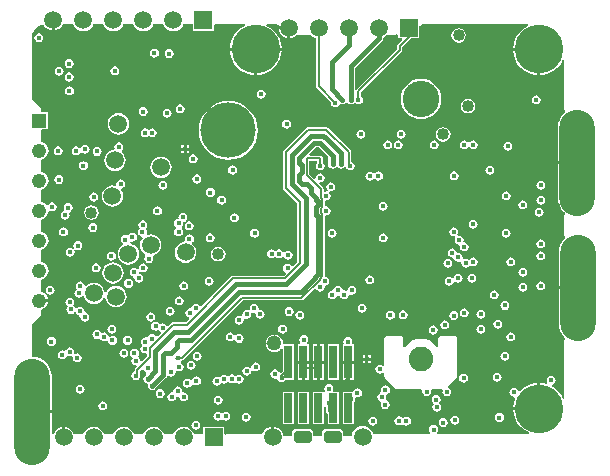
<source format=gbl>
G04 Layer_Physical_Order=6*
G04 Layer_Color=16711680*
%FSLAX44Y44*%
%MOMM*%
G71*
G01*
G75*
%ADD46R,0.4064X0.4064*%
%ADD48R,0.4064X0.4064*%
%ADD63C,0.1270*%
%ADD66C,0.3810*%
G04:AMPARAMS|DCode=67|XSize=1.5mm|YSize=1mm|CornerRadius=0.25mm|HoleSize=0mm|Usage=FLASHONLY|Rotation=180.000|XOffset=0mm|YOffset=0mm|HoleType=Round|Shape=RoundedRectangle|*
%AMROUNDEDRECTD67*
21,1,1.5000,0.5000,0,0,180.0*
21,1,1.0000,1.0000,0,0,180.0*
1,1,0.5000,-0.5000,0.2500*
1,1,0.5000,0.5000,0.2500*
1,1,0.5000,0.5000,-0.2500*
1,1,0.5000,-0.5000,-0.2500*
%
%ADD67ROUNDEDRECTD67*%
%ADD68C,1.5000*%
%ADD70C,2.0860*%
%ADD71C,3.0861*%
%ADD72C,1.2192*%
%ADD73R,1.2192X1.2192*%
%ADD74C,4.6863*%
%ADD75C,4.1148*%
%ADD76R,1.5000X1.5000*%
%ADD77C,0.4500*%
%ADD78O,3.0000X9.0000*%
G04:AMPARAMS|DCode=79|XSize=1.016mm|YSize=1.016mm|CornerRadius=0.508mm|HoleSize=0mm|Usage=FLASHONLY|Rotation=90.000|XOffset=0mm|YOffset=0mm|HoleType=Round|Shape=RoundedRectangle|*
%AMROUNDEDRECTD79*
21,1,1.0160,0.0000,0,0,90.0*
21,1,0.0000,1.0160,0,0,90.0*
1,1,1.0160,0.0000,0.0000*
1,1,1.0160,0.0000,0.0000*
1,1,1.0160,0.0000,0.0000*
1,1,1.0160,0.0000,0.0000*
%
%ADD79ROUNDEDRECTD79*%
G04:AMPARAMS|DCode=80|XSize=1.27mm|YSize=1.27mm|CornerRadius=0.635mm|HoleSize=0mm|Usage=FLASHONLY|Rotation=90.000|XOffset=0mm|YOffset=0mm|HoleType=Round|Shape=RoundedRectangle|*
%AMROUNDEDRECTD80*
21,1,1.2700,0.0000,0,0,90.0*
21,1,0.0000,1.2700,0,0,90.0*
1,1,1.2700,0.0000,0.0000*
1,1,1.2700,0.0000,0.0000*
1,1,1.2700,0.0000,0.0000*
1,1,1.2700,0.0000,0.0000*
%
%ADD80ROUNDEDRECTD80*%
%ADD81R,0.7366X2.7940*%
%ADD82R,0.7366X2.5000*%
G36*
X2550050Y781086D02*
Y778400D01*
X2552932D01*
X2553418Y777227D01*
X2549891Y773699D01*
X2549419Y772993D01*
X2549253Y772160D01*
Y769506D01*
X2514839Y735091D01*
X2514734Y734934D01*
X2513464Y735319D01*
Y753414D01*
X2536105Y776055D01*
X2536857Y777181D01*
X2537122Y778510D01*
Y779097D01*
X2538189Y779538D01*
X2540069Y780981D01*
X2540122Y781050D01*
X2544318D01*
X2545074Y781041D01*
X2547330Y781334D01*
X2548780Y781935D01*
X2550050Y781086D01*
D02*
G37*
G36*
X2259330Y785071D02*
X2260349Y785206D01*
X2262483Y786089D01*
X2264315Y787495D01*
X2265721Y789327D01*
X2266192Y790465D01*
X2266345Y790512D01*
X2266950Y790392D01*
X2274316D01*
X2274921Y790512D01*
X2275080Y790464D01*
X2275598Y789211D01*
X2277041Y787331D01*
X2278921Y785889D01*
X2281111Y784982D01*
X2283460Y784672D01*
X2285809Y784982D01*
X2287999Y785889D01*
X2289879Y787331D01*
X2291322Y789211D01*
X2291852Y790491D01*
X2292350Y790392D01*
X2299716D01*
X2300321Y790512D01*
X2300480Y790464D01*
X2300999Y789211D01*
X2302441Y787331D01*
X2304321Y785889D01*
X2306510Y784982D01*
X2308860Y784672D01*
X2311210Y784982D01*
X2313399Y785889D01*
X2315279Y787331D01*
X2316721Y789211D01*
X2317251Y790491D01*
X2317750Y790392D01*
X2325116D01*
X2325721Y790512D01*
X2325880Y790464D01*
X2326398Y789211D01*
X2327841Y787331D01*
X2329721Y785889D01*
X2331911Y784982D01*
X2334260Y784672D01*
X2336609Y784982D01*
X2338799Y785889D01*
X2340679Y787331D01*
X2342121Y789211D01*
X2342652Y790491D01*
X2343150Y790392D01*
X2350516D01*
X2351121Y790512D01*
X2351280Y790464D01*
X2351799Y789211D01*
X2353241Y787331D01*
X2355121Y785889D01*
X2357310Y784982D01*
X2359660Y784672D01*
X2362009Y784982D01*
X2364199Y785889D01*
X2366079Y787331D01*
X2367522Y789211D01*
X2368051Y790491D01*
X2368550Y790392D01*
X2375916D01*
X2376060Y790273D01*
Y784750D01*
X2394060D01*
Y789695D01*
X2394600Y790110D01*
X2395330Y790471D01*
X2395728Y790392D01*
X2420288D01*
X2420607Y789122D01*
X2417315Y787363D01*
X2413989Y784633D01*
X2411259Y781307D01*
X2409231Y777512D01*
X2407982Y773394D01*
X2407685Y770382D01*
X2429510D01*
X2451335D01*
X2451038Y773394D01*
X2449789Y777512D01*
X2447760Y781307D01*
X2445031Y784633D01*
X2441705Y787363D01*
X2438414Y789122D01*
X2438732Y790392D01*
X2447798D01*
X2447824Y790397D01*
X2448247Y790120D01*
X2448865Y789417D01*
X2448869Y789408D01*
X2448772Y788670D01*
X2457450D01*
Y787400D01*
X2458720D01*
Y778721D01*
X2459739Y778856D01*
X2461873Y779739D01*
X2463581Y781050D01*
X2476378D01*
X2476431Y780981D01*
X2478311Y779538D01*
X2480500Y778632D01*
X2480673Y778609D01*
Y737870D01*
X2480839Y737037D01*
X2481311Y736331D01*
X2493120Y724521D01*
X2492997Y723900D01*
X2493288Y722437D01*
X2494116Y721196D01*
X2495357Y720368D01*
X2496820Y720077D01*
X2498283Y720368D01*
X2499524Y721196D01*
X2500215Y722231D01*
X2501004Y722707D01*
X2501489Y722908D01*
X2502952Y722617D01*
X2504415Y722908D01*
X2505656Y723736D01*
X2505837Y724008D01*
X2507107D01*
X2507288Y723736D01*
X2508529Y722908D01*
X2509992Y722617D01*
X2511455Y722908D01*
X2512696Y723736D01*
X2513674D01*
X2514915Y722908D01*
X2516378Y722617D01*
X2517841Y722908D01*
X2519082Y723736D01*
X2519910Y724977D01*
X2520201Y726440D01*
X2519910Y727903D01*
X2519082Y729144D01*
X2518555Y729495D01*
Y732650D01*
X2552969Y767065D01*
X2553441Y767771D01*
X2553607Y768604D01*
Y771258D01*
X2560589Y778241D01*
X2560696Y778400D01*
X2568050D01*
Y788564D01*
X2568575Y788995D01*
X2569180Y789115D01*
X2569692Y789457D01*
X2570627Y790392D01*
X2660064D01*
X2660382Y789122D01*
X2657091Y787363D01*
X2653765Y784633D01*
X2651035Y781307D01*
X2649007Y777512D01*
X2647758Y773394D01*
X2647462Y770382D01*
X2669286D01*
Y769112D01*
X2670556D01*
Y747287D01*
X2673568Y747584D01*
X2677686Y748833D01*
X2681481Y750862D01*
X2684807Y753591D01*
X2687537Y756917D01*
X2689565Y760712D01*
X2690820Y760474D01*
Y718820D01*
X2690940Y718215D01*
X2691282Y717702D01*
X2691476Y717573D01*
X2691707Y716460D01*
X2691670Y716090D01*
X2690238Y714914D01*
X2688205Y712437D01*
X2686694Y709610D01*
X2685764Y706544D01*
X2685449Y703354D01*
Y674624D01*
X2701798D01*
Y672084D01*
X2685449D01*
Y643354D01*
X2685764Y640164D01*
X2686694Y637098D01*
X2688205Y634271D01*
X2690238Y631794D01*
X2691042Y631134D01*
X2691282Y629767D01*
X2690940Y629255D01*
X2690820Y628650D01*
Y612140D01*
X2690940Y611535D01*
X2691282Y611022D01*
X2691415Y610934D01*
X2691635Y609741D01*
X2691581Y609428D01*
X2690746Y608742D01*
X2688712Y606265D01*
X2687202Y603438D01*
X2686271Y600372D01*
X2685957Y597182D01*
Y568452D01*
X2702306D01*
Y565912D01*
X2685957D01*
Y537182D01*
X2686271Y533993D01*
X2687202Y530926D01*
X2688712Y528099D01*
X2690746Y525622D01*
X2690810Y525569D01*
X2691282Y524357D01*
X2690940Y523845D01*
X2690820Y523240D01*
Y473712D01*
X2689565Y473474D01*
X2687537Y477269D01*
X2684807Y480595D01*
X2681481Y483325D01*
X2680306Y483952D01*
X2680504Y485286D01*
X2681163Y485418D01*
X2682404Y486246D01*
X2683232Y487487D01*
X2683523Y488950D01*
X2683232Y490413D01*
X2682404Y491654D01*
X2681163Y492482D01*
X2679700Y492773D01*
X2678237Y492482D01*
X2676996Y491654D01*
X2676168Y490413D01*
X2675876Y488950D01*
X2676168Y487487D01*
X2676458Y487052D01*
X2675654Y485969D01*
X2673568Y486602D01*
X2670556Y486899D01*
Y465074D01*
X2669286D01*
Y463804D01*
X2647462D01*
X2647758Y460792D01*
X2649007Y456674D01*
X2651035Y452879D01*
X2653765Y449553D01*
X2657091Y446824D01*
X2660886Y444795D01*
X2660648Y443540D01*
X2583545D01*
X2583233Y444003D01*
X2582982Y444810D01*
X2583665Y445831D01*
X2583955Y447294D01*
X2583665Y448757D01*
X2582836Y449998D01*
X2581595Y450826D01*
X2580132Y451117D01*
X2578669Y450826D01*
X2577428Y449998D01*
X2576600Y448757D01*
X2576309Y447294D01*
X2576600Y445831D01*
X2577281Y444810D01*
X2577031Y444003D01*
X2576719Y443540D01*
X2529840D01*
X2529120Y443545D01*
X2528364Y444365D01*
X2527796Y445737D01*
X2526353Y447617D01*
X2524473Y449059D01*
X2522283Y449966D01*
X2519934Y450276D01*
X2517585Y449966D01*
X2515395Y449059D01*
X2513515Y447617D01*
X2512072Y445737D01*
X2511166Y443548D01*
X2510957Y441960D01*
X2503612D01*
Y443698D01*
X2503302Y445259D01*
X2502418Y446582D01*
X2501095Y447466D01*
X2499534Y447776D01*
X2489534D01*
X2487973Y447466D01*
X2486650Y446582D01*
X2485766Y445259D01*
X2485456Y443698D01*
Y441960D01*
X2478212D01*
Y443698D01*
X2477902Y445259D01*
X2477018Y446582D01*
X2475695Y447466D01*
X2474134Y447776D01*
X2464134D01*
X2462573Y447466D01*
X2461250Y446582D01*
X2460366Y445259D01*
X2460056Y443698D01*
Y441960D01*
X2452479D01*
X2452278Y443487D01*
X2451395Y445621D01*
X2449989Y447453D01*
X2448157Y448859D01*
X2446023Y449742D01*
X2445004Y449877D01*
Y441198D01*
X2442464D01*
Y449877D01*
X2441445Y449742D01*
X2439311Y448859D01*
X2437479Y447453D01*
X2436073Y445621D01*
X2435190Y443488D01*
X2435117Y443436D01*
X2434590Y443540D01*
X2405380D01*
X2404775Y443420D01*
X2404263Y443078D01*
X2404220Y443014D01*
X2402950Y443399D01*
Y449690D01*
X2384950D01*
Y444506D01*
X2384911Y444429D01*
X2383790Y443540D01*
X2378710D01*
X2378105Y443420D01*
X2376873Y444113D01*
X2376411Y445229D01*
X2374969Y447109D01*
X2373089Y448551D01*
X2370900Y449458D01*
X2368550Y449768D01*
X2366201Y449458D01*
X2364011Y448551D01*
X2362131Y447109D01*
X2360688Y445229D01*
X2360226Y444113D01*
X2358995Y443420D01*
X2358390Y443540D01*
X2353310D01*
X2352705Y443420D01*
X2351474Y444113D01*
X2351012Y445229D01*
X2349569Y447109D01*
X2347689Y448551D01*
X2345500Y449458D01*
X2343150Y449768D01*
X2340800Y449458D01*
X2338611Y448551D01*
X2336731Y447109D01*
X2335289Y445229D01*
X2334827Y444113D01*
X2333595Y443420D01*
X2332990Y443540D01*
X2327910D01*
X2327305Y443420D01*
X2326073Y444113D01*
X2325612Y445229D01*
X2324169Y447109D01*
X2322289Y448551D01*
X2320099Y449458D01*
X2317750Y449768D01*
X2315401Y449458D01*
X2313211Y448551D01*
X2311331Y447109D01*
X2309888Y445229D01*
X2309427Y444113D01*
X2308195Y443420D01*
X2307590Y443540D01*
X2302510D01*
X2301905Y443420D01*
X2300674Y444113D01*
X2300211Y445229D01*
X2298769Y447109D01*
X2296889Y448551D01*
X2294700Y449458D01*
X2292350Y449768D01*
X2290000Y449458D01*
X2287811Y448551D01*
X2285931Y447109D01*
X2284489Y445229D01*
X2284026Y444113D01*
X2282795Y443420D01*
X2282190Y443540D01*
X2277110D01*
X2276505Y443420D01*
X2275137Y443877D01*
X2275113Y443901D01*
X2274611Y445113D01*
X2273205Y446945D01*
X2271373Y448351D01*
X2269239Y449234D01*
X2268220Y449369D01*
Y440690D01*
X2265680D01*
Y449369D01*
X2264661Y449234D01*
X2262527Y448351D01*
X2260695Y446945D01*
X2259289Y445113D01*
X2259062Y444563D01*
X2258138Y443774D01*
X2257565Y443888D01*
X2256629Y444597D01*
Y461264D01*
X2240280D01*
Y463804D01*
X2256629D01*
Y492534D01*
X2256315Y495723D01*
X2255384Y498790D01*
X2253873Y501617D01*
X2251840Y504094D01*
X2249363Y506127D01*
X2246536Y507638D01*
X2243470Y508569D01*
X2240914Y508820D01*
X2240670Y509041D01*
X2240087Y509949D01*
X2240053Y510136D01*
X2240082Y510286D01*
Y536301D01*
X2247493Y543713D01*
X2247836Y544225D01*
X2247956Y544830D01*
X2247836Y545435D01*
X2247702Y545635D01*
Y547878D01*
X2247683Y547976D01*
X2248201Y549121D01*
X2248486Y549415D01*
X2250091Y550080D01*
X2251629Y551260D01*
X2252810Y552799D01*
X2253552Y554591D01*
X2253638Y555244D01*
X2246376D01*
Y557784D01*
X2253638D01*
X2253552Y558437D01*
X2252810Y560229D01*
X2251629Y561768D01*
X2250091Y562948D01*
X2248913Y563436D01*
X2248259Y563801D01*
X2247956Y564642D01*
Y573786D01*
X2248359Y574514D01*
X2248959Y574762D01*
X2250207Y575279D01*
X2251794Y576497D01*
X2253011Y578083D01*
X2253777Y579931D01*
X2254038Y581914D01*
X2253777Y583897D01*
X2253011Y585745D01*
X2251794Y587332D01*
X2250207Y588549D01*
X2248959Y589066D01*
X2248359Y589314D01*
X2247956Y590042D01*
Y599186D01*
X2248359Y599913D01*
X2248959Y600162D01*
X2250207Y600679D01*
X2251794Y601897D01*
X2253011Y603483D01*
X2253777Y605331D01*
X2254038Y607314D01*
X2253777Y609297D01*
X2253011Y611145D01*
X2251794Y612732D01*
X2250207Y613949D01*
X2248959Y614466D01*
X2248359Y614715D01*
X2247956Y615442D01*
Y624586D01*
X2248359Y625313D01*
X2248959Y625562D01*
X2250207Y626079D01*
X2251794Y627296D01*
X2253011Y628883D01*
X2253777Y630731D01*
X2253919Y631813D01*
X2255281Y632430D01*
X2255581Y632230D01*
X2257044Y631939D01*
X2258507Y632230D01*
X2259748Y633058D01*
X2260576Y634299D01*
X2260867Y635762D01*
X2260576Y637225D01*
X2259748Y638466D01*
X2258507Y639294D01*
X2257044Y639585D01*
X2255581Y639294D01*
X2254340Y638466D01*
X2253781Y637628D01*
X2252552Y637436D01*
X2252281Y637496D01*
X2251794Y638131D01*
X2250207Y639349D01*
X2248959Y639866D01*
X2248359Y640115D01*
X2247956Y640842D01*
Y649986D01*
X2248359Y650714D01*
X2248959Y650962D01*
X2250207Y651479D01*
X2251794Y652697D01*
X2253011Y654283D01*
X2253777Y656131D01*
X2254038Y658114D01*
X2253777Y660097D01*
X2253011Y661945D01*
X2251794Y663531D01*
X2250207Y664749D01*
X2248959Y665266D01*
X2248359Y665515D01*
X2247956Y666242D01*
Y675386D01*
X2248359Y676114D01*
X2248959Y676362D01*
X2250207Y676879D01*
X2251794Y678096D01*
X2253011Y679683D01*
X2253777Y681531D01*
X2254038Y683514D01*
X2253777Y685497D01*
X2253011Y687345D01*
X2251794Y688932D01*
X2250207Y690149D01*
X2248959Y690666D01*
X2248359Y690915D01*
X2247956Y691642D01*
Y700786D01*
X2248393Y701318D01*
X2253972D01*
Y716510D01*
X2247956D01*
Y718566D01*
X2247836Y719171D01*
X2247493Y719684D01*
X2240082Y727095D01*
Y779526D01*
X2240086D01*
X2240456Y782337D01*
X2241541Y784957D01*
X2243267Y787207D01*
X2245517Y788933D01*
X2247842Y789896D01*
X2249076Y790142D01*
X2250203Y789802D01*
X2250399Y789327D01*
X2251805Y787495D01*
X2253637Y786089D01*
X2255771Y785206D01*
X2256790Y785071D01*
Y793750D01*
X2259330D01*
Y785071D01*
D02*
G37*
%LPC*%
G36*
X2272030Y558813D02*
X2270567Y558522D01*
X2269326Y557694D01*
X2268498Y556453D01*
X2268207Y554990D01*
X2268498Y553527D01*
X2269326Y552286D01*
X2270228Y551684D01*
X2269406Y550453D01*
X2269115Y548990D01*
X2269406Y547527D01*
X2270235Y546286D01*
X2271475Y545458D01*
X2272938Y545167D01*
X2274401Y545458D01*
X2275642Y546286D01*
X2275931Y546720D01*
X2277279Y546451D01*
X2277388Y545907D01*
X2278216Y544666D01*
X2279457Y543838D01*
X2279902Y543749D01*
X2280918Y542350D01*
X2280907Y542290D01*
X2281198Y540827D01*
X2282026Y539586D01*
X2283267Y538758D01*
X2284730Y538467D01*
X2286193Y538758D01*
X2287434Y539586D01*
X2288262Y540827D01*
X2288553Y542290D01*
X2288262Y543753D01*
X2287434Y544994D01*
X2286193Y545822D01*
X2285748Y545911D01*
X2284731Y547310D01*
X2284743Y547370D01*
X2284452Y548833D01*
X2283624Y550074D01*
X2282383Y550902D01*
X2280920Y551193D01*
X2279457Y550902D01*
X2278216Y550074D01*
X2277927Y549641D01*
X2276579Y549909D01*
X2276470Y550453D01*
X2275642Y551694D01*
X2274740Y552296D01*
X2275562Y553527D01*
X2275853Y554990D01*
X2275562Y556453D01*
X2274734Y557694D01*
X2273493Y558522D01*
X2272030Y558813D01*
D02*
G37*
G36*
X2340610Y546367D02*
X2339147Y546076D01*
X2337906Y545248D01*
X2337078Y544007D01*
X2336787Y542544D01*
X2337078Y541081D01*
X2337906Y539840D01*
X2339147Y539012D01*
X2340610Y538721D01*
X2342073Y539012D01*
X2343314Y539840D01*
X2344142Y541081D01*
X2344433Y542544D01*
X2344142Y544007D01*
X2343314Y545248D01*
X2342073Y546076D01*
X2340610Y546367D01*
D02*
G37*
G36*
X2634489Y540272D02*
X2633026Y539981D01*
X2631785Y539152D01*
X2630956Y537912D01*
X2630665Y536449D01*
X2630956Y534986D01*
X2631785Y533745D01*
X2633026Y532916D01*
X2634489Y532625D01*
X2635952Y532916D01*
X2637192Y533745D01*
X2638021Y534986D01*
X2638312Y536449D01*
X2638021Y537912D01*
X2637192Y539152D01*
X2635952Y539981D01*
X2634489Y540272D01*
D02*
G37*
G36*
X2452169Y536099D02*
X2450706Y535808D01*
X2449465Y534979D01*
X2448636Y533739D01*
X2448345Y532275D01*
X2448636Y530812D01*
X2449465Y529572D01*
X2450706Y528743D01*
X2452169Y528452D01*
X2453632Y528743D01*
X2454872Y529572D01*
X2455701Y530812D01*
X2455992Y532275D01*
X2455701Y533739D01*
X2454872Y534979D01*
X2453632Y535808D01*
X2452169Y536099D01*
D02*
G37*
G36*
X2589530Y539763D02*
X2588067Y539472D01*
X2586826Y538644D01*
X2585998Y537403D01*
X2585706Y535940D01*
X2585998Y534477D01*
X2586826Y533236D01*
X2588067Y532408D01*
X2589530Y532117D01*
X2590993Y532408D01*
X2592234Y533236D01*
X2593062Y534477D01*
X2593353Y535940D01*
X2593062Y537403D01*
X2592234Y538644D01*
X2590993Y539472D01*
X2589530Y539763D01*
D02*
G37*
G36*
X2597150Y547637D02*
X2595687Y547346D01*
X2594446Y546518D01*
X2593618Y545277D01*
X2593327Y543814D01*
X2593618Y542351D01*
X2594446Y541110D01*
X2595687Y540282D01*
X2597150Y539991D01*
X2598613Y540282D01*
X2599854Y541110D01*
X2600682Y542351D01*
X2600974Y543814D01*
X2600682Y545277D01*
X2599854Y546518D01*
X2598613Y547346D01*
X2597150Y547637D01*
D02*
G37*
G36*
X2620010Y548653D02*
X2618547Y548362D01*
X2617307Y547534D01*
X2616478Y546293D01*
X2616187Y544830D01*
X2616478Y543367D01*
X2617307Y542126D01*
X2618547Y541298D01*
X2620010Y541007D01*
X2621473Y541298D01*
X2622714Y542126D01*
X2623542Y543367D01*
X2623833Y544830D01*
X2623542Y546293D01*
X2622714Y547534D01*
X2621473Y548362D01*
X2620010Y548653D01*
D02*
G37*
G36*
X2606040Y549923D02*
X2604577Y549632D01*
X2603336Y548804D01*
X2602508Y547563D01*
X2602216Y546100D01*
X2602508Y544637D01*
X2603336Y543396D01*
X2604577Y542568D01*
X2606040Y542277D01*
X2607503Y542568D01*
X2608744Y543396D01*
X2609572Y544637D01*
X2609863Y546100D01*
X2609572Y547563D01*
X2608744Y548804D01*
X2607503Y549632D01*
X2606040Y549923D01*
D02*
G37*
G36*
X2554224Y548145D02*
X2552761Y547854D01*
X2551520Y547026D01*
X2550692Y545785D01*
X2550401Y544322D01*
X2550692Y542859D01*
X2551520Y541618D01*
X2552761Y540790D01*
X2554224Y540499D01*
X2555687Y540790D01*
X2556928Y541618D01*
X2557756Y542859D01*
X2558047Y544322D01*
X2557756Y545785D01*
X2556928Y547026D01*
X2555687Y547854D01*
X2554224Y548145D01*
D02*
G37*
G36*
X2466848Y547891D02*
X2465385Y547600D01*
X2464144Y546772D01*
X2463316Y545531D01*
X2463025Y544068D01*
X2463316Y542605D01*
X2464144Y541364D01*
X2465385Y540536D01*
X2466848Y540245D01*
X2468311Y540536D01*
X2469552Y541364D01*
X2470380Y542605D01*
X2470671Y544068D01*
X2470380Y545531D01*
X2469552Y546772D01*
X2468311Y547600D01*
X2466848Y547891D01*
D02*
G37*
G36*
X2543556D02*
X2542093Y547600D01*
X2540852Y546772D01*
X2540024Y545531D01*
X2539733Y544068D01*
X2540024Y542605D01*
X2540852Y541364D01*
X2542093Y540536D01*
X2543556Y540245D01*
X2545019Y540536D01*
X2546260Y541364D01*
X2547088Y542605D01*
X2547379Y544068D01*
X2547088Y545531D01*
X2546260Y546772D01*
X2545019Y547600D01*
X2543556Y547891D01*
D02*
G37*
G36*
X2256536Y525539D02*
X2255073Y525248D01*
X2253832Y524420D01*
X2253004Y523179D01*
X2252713Y521716D01*
X2253004Y520253D01*
X2253832Y519012D01*
X2255073Y518184D01*
X2256536Y517893D01*
X2257999Y518184D01*
X2259240Y519012D01*
X2260068Y520253D01*
X2260359Y521716D01*
X2260068Y523179D01*
X2259240Y524420D01*
X2257999Y525248D01*
X2256536Y525539D01*
D02*
G37*
G36*
X2294890Y531568D02*
X2293427Y531277D01*
X2292186Y530449D01*
X2291358Y529208D01*
X2291067Y527745D01*
X2291358Y526282D01*
X2292186Y525041D01*
X2293427Y524213D01*
X2294890Y523922D01*
X2296353Y524213D01*
X2296511Y524318D01*
X2298043Y523815D01*
X2298536Y523076D01*
X2299777Y522248D01*
X2301240Y521957D01*
X2302703Y522248D01*
X2303117Y522524D01*
X2304491Y521915D01*
X2304633Y521202D01*
X2305461Y519961D01*
X2306702Y519133D01*
X2308165Y518842D01*
X2309628Y519133D01*
X2310869Y519961D01*
X2311697Y521202D01*
X2311988Y522665D01*
X2311697Y524128D01*
X2310869Y525369D01*
X2309628Y526197D01*
X2308165Y526488D01*
X2306702Y526197D01*
X2306288Y525921D01*
X2304914Y526530D01*
X2304772Y527243D01*
X2303944Y528484D01*
X2302703Y529312D01*
X2301240Y529603D01*
X2299777Y529312D01*
X2299619Y529207D01*
X2298087Y529711D01*
X2297594Y530449D01*
X2296353Y531277D01*
X2294890Y531568D01*
D02*
G37*
G36*
X2272030Y516903D02*
X2270567Y516612D01*
X2269326Y515784D01*
X2268498Y514543D01*
X2268479Y514450D01*
X2267468Y514031D01*
X2267110Y514079D01*
X2265680Y514363D01*
X2264217Y514072D01*
X2262976Y513244D01*
X2262148Y512003D01*
X2261857Y510540D01*
X2262148Y509077D01*
X2262976Y507836D01*
X2264217Y507008D01*
X2265680Y506717D01*
X2267143Y507008D01*
X2268384Y507836D01*
X2269142Y508972D01*
X2269458Y509264D01*
X2270404Y509656D01*
X2270567Y509548D01*
X2272030Y509257D01*
X2273493Y509548D01*
X2273581Y509606D01*
X2274724Y508843D01*
X2274557Y508000D01*
X2274848Y506537D01*
X2275676Y505296D01*
X2276917Y504468D01*
X2278380Y504177D01*
X2279843Y504468D01*
X2281084Y505296D01*
X2281912Y506537D01*
X2282203Y508000D01*
X2281912Y509463D01*
X2281084Y510704D01*
X2279843Y511532D01*
X2278380Y511823D01*
X2276917Y511532D01*
X2276829Y511474D01*
X2275686Y512237D01*
X2275853Y513080D01*
X2275562Y514543D01*
X2274734Y515784D01*
X2273493Y516612D01*
X2272030Y516903D01*
D02*
G37*
G36*
X2522220Y510032D02*
X2520188D01*
Y508000D01*
X2522220D01*
Y510032D01*
D02*
G37*
G36*
X2526792D02*
X2524760D01*
Y508000D01*
X2526792D01*
Y510032D01*
D02*
G37*
G36*
X2321052Y526555D02*
X2319589Y526264D01*
X2318348Y525436D01*
X2317520Y524195D01*
X2317229Y522732D01*
X2317520Y521269D01*
X2318348Y520028D01*
X2319589Y519200D01*
X2321052Y518909D01*
X2322515Y519200D01*
X2323756Y520028D01*
X2324584Y521269D01*
X2324875Y522732D01*
X2324584Y524195D01*
X2323756Y525436D01*
X2322515Y526264D01*
X2321052Y526555D01*
D02*
G37*
G36*
X2307590Y535953D02*
X2306127Y535662D01*
X2304886Y534834D01*
X2304058Y533593D01*
X2303767Y532130D01*
X2304058Y530667D01*
X2304886Y529426D01*
X2306127Y528598D01*
X2307590Y528307D01*
X2309053Y528598D01*
X2310294Y529426D01*
X2311122Y530667D01*
X2311413Y532130D01*
X2311122Y533593D01*
X2310294Y534834D01*
X2309053Y535662D01*
X2307590Y535953D01*
D02*
G37*
G36*
X2620010D02*
X2618547Y535662D01*
X2617307Y534834D01*
X2616478Y533593D01*
X2616187Y532130D01*
X2616478Y530667D01*
X2617307Y529426D01*
X2618547Y528598D01*
X2620010Y528307D01*
X2621473Y528598D01*
X2622714Y529426D01*
X2623542Y530667D01*
X2623833Y532130D01*
X2623542Y533593D01*
X2622714Y534834D01*
X2621473Y535662D01*
X2620010Y535953D01*
D02*
G37*
G36*
X2579774Y535378D02*
X2578311Y535087D01*
X2577070Y534259D01*
X2576241Y533018D01*
X2575951Y531555D01*
X2576241Y530092D01*
X2577070Y528851D01*
X2578311Y528023D01*
X2579774Y527732D01*
X2581237Y528023D01*
X2582478Y528851D01*
X2583306Y530092D01*
X2583597Y531555D01*
X2583306Y533018D01*
X2582478Y534259D01*
X2581237Y535087D01*
X2579774Y535378D01*
D02*
G37*
G36*
X2407920Y529603D02*
X2406457Y529312D01*
X2405216Y528484D01*
X2404388Y527243D01*
X2404097Y525780D01*
X2404388Y524317D01*
X2405216Y523076D01*
X2406457Y522248D01*
X2407920Y521957D01*
X2409383Y522248D01*
X2410624Y523076D01*
X2410671Y523147D01*
X2412008Y522937D01*
X2412836Y521696D01*
X2414077Y520868D01*
X2415540Y520577D01*
X2417003Y520868D01*
X2418244Y521696D01*
X2419072Y522937D01*
X2419363Y524400D01*
X2419072Y525863D01*
X2418244Y527104D01*
X2417003Y527932D01*
X2415540Y528223D01*
X2414077Y527932D01*
X2412836Y527104D01*
X2412789Y527033D01*
X2411452Y527243D01*
X2410624Y528484D01*
X2409383Y529312D01*
X2407920Y529603D01*
D02*
G37*
G36*
X2645410D02*
X2643947Y529312D01*
X2642706Y528484D01*
X2641878Y527243D01*
X2641587Y525780D01*
X2641878Y524317D01*
X2642706Y523076D01*
X2643947Y522248D01*
X2645410Y521957D01*
X2646873Y522248D01*
X2648114Y523076D01*
X2648942Y524317D01*
X2649233Y525780D01*
X2648942Y527243D01*
X2648114Y528484D01*
X2646873Y529312D01*
X2645410Y529603D01*
D02*
G37*
G36*
X2390140Y576593D02*
X2388677Y576302D01*
X2387436Y575474D01*
X2386608Y574233D01*
X2386317Y572770D01*
X2386608Y571307D01*
X2387436Y570066D01*
X2388677Y569238D01*
X2390140Y568947D01*
X2391603Y569238D01*
X2392844Y570066D01*
X2393672Y571307D01*
X2393963Y572770D01*
X2393672Y574233D01*
X2392844Y575474D01*
X2391603Y576302D01*
X2390140Y576593D01*
D02*
G37*
G36*
X2526030Y577863D02*
X2524567Y577572D01*
X2523326Y576744D01*
X2522498Y575503D01*
X2522207Y574040D01*
X2522498Y572577D01*
X2523326Y571336D01*
X2524567Y570508D01*
X2526030Y570217D01*
X2527493Y570508D01*
X2528734Y571336D01*
X2529562Y572577D01*
X2529853Y574040D01*
X2529562Y575503D01*
X2528734Y576744D01*
X2527493Y577572D01*
X2526030Y577863D01*
D02*
G37*
G36*
X2321814Y574815D02*
X2320351Y574524D01*
X2319110Y573696D01*
X2318282Y572455D01*
X2317991Y570992D01*
X2318282Y569529D01*
X2319110Y568288D01*
X2320351Y567460D01*
X2321814Y567169D01*
X2323277Y567460D01*
X2324518Y568288D01*
X2325346Y569529D01*
X2325637Y570992D01*
X2325346Y572455D01*
X2324518Y573696D01*
X2323277Y574524D01*
X2321814Y574815D01*
D02*
G37*
G36*
X2368550Y572783D02*
X2367087Y572492D01*
X2365846Y571664D01*
X2365018Y570423D01*
X2364727Y568960D01*
X2365018Y567497D01*
X2365846Y566256D01*
X2367087Y565428D01*
X2368550Y565137D01*
X2370013Y565428D01*
X2371254Y566256D01*
X2372082Y567497D01*
X2372373Y568960D01*
X2372082Y570423D01*
X2371254Y571664D01*
X2370013Y572492D01*
X2368550Y572783D01*
D02*
G37*
G36*
X2670810D02*
X2669347Y572492D01*
X2668106Y571664D01*
X2667278Y570423D01*
X2666987Y568960D01*
X2667278Y567497D01*
X2668106Y566256D01*
X2669347Y565428D01*
X2670810Y565137D01*
X2672273Y565428D01*
X2673513Y566256D01*
X2674342Y567497D01*
X2674633Y568960D01*
X2674342Y570423D01*
X2673513Y571664D01*
X2672273Y572492D01*
X2670810Y572783D01*
D02*
G37*
G36*
X2308606Y588960D02*
X2306257Y588650D01*
X2304067Y587743D01*
X2302187Y586301D01*
X2300744Y584421D01*
X2299838Y582231D01*
X2299528Y579882D01*
X2299838Y577533D01*
X2300744Y575343D01*
X2302187Y573463D01*
X2304067Y572020D01*
X2306257Y571114D01*
X2308606Y570804D01*
X2310956Y571114D01*
X2313145Y572020D01*
X2315025Y573463D01*
X2316467Y575343D01*
X2317374Y577533D01*
X2317684Y579882D01*
X2317374Y582231D01*
X2316467Y584421D01*
X2315025Y586301D01*
X2313145Y587743D01*
X2310956Y588650D01*
X2308606Y588960D01*
D02*
G37*
G36*
X2294382Y588023D02*
X2292919Y587732D01*
X2291678Y586904D01*
X2290850Y585663D01*
X2290559Y584200D01*
X2290850Y582737D01*
X2291678Y581496D01*
X2292919Y580668D01*
X2294382Y580377D01*
X2295845Y580668D01*
X2297086Y581496D01*
X2297914Y582737D01*
X2298205Y584200D01*
X2297914Y585663D01*
X2297086Y586904D01*
X2295845Y587732D01*
X2294382Y588023D01*
D02*
G37*
G36*
X2334260D02*
X2332797Y587732D01*
X2331556Y586904D01*
X2330728Y585663D01*
X2330437Y584200D01*
X2330566Y583550D01*
X2329370Y583055D01*
X2329344Y583094D01*
X2328103Y583922D01*
X2326640Y584213D01*
X2325177Y583922D01*
X2323936Y583094D01*
X2323108Y581853D01*
X2322817Y580390D01*
X2323108Y578927D01*
X2323936Y577686D01*
X2325177Y576858D01*
X2325622Y576769D01*
X2326638Y575370D01*
X2326627Y575310D01*
X2326918Y573847D01*
X2327746Y572606D01*
X2328987Y571778D01*
X2330450Y571487D01*
X2331913Y571778D01*
X2333154Y572606D01*
X2333982Y573847D01*
X2334273Y575310D01*
X2333982Y576773D01*
X2333154Y578014D01*
X2331913Y578842D01*
X2331468Y578931D01*
X2330789Y579866D01*
X2330887Y580416D01*
X2332285Y581010D01*
X2332797Y580668D01*
X2334260Y580377D01*
X2335723Y580668D01*
X2336964Y581496D01*
X2337792Y582737D01*
X2338083Y584200D01*
X2337792Y585663D01*
X2336964Y586904D01*
X2335723Y587732D01*
X2334260Y588023D01*
D02*
G37*
G36*
X2655570Y584213D02*
X2654107Y583922D01*
X2652867Y583094D01*
X2652038Y581853D01*
X2651747Y580390D01*
X2652038Y578927D01*
X2652867Y577686D01*
X2654107Y576858D01*
X2655570Y576567D01*
X2657033Y576858D01*
X2658274Y577686D01*
X2659102Y578927D01*
X2659393Y580390D01*
X2659102Y581853D01*
X2658274Y583094D01*
X2657033Y583922D01*
X2655570Y584213D01*
D02*
G37*
G36*
X2612390Y579133D02*
X2610927Y578842D01*
X2609686Y578014D01*
X2608858Y576773D01*
X2608567Y575310D01*
X2608858Y573847D01*
X2609686Y572606D01*
X2610927Y571778D01*
X2612390Y571487D01*
X2613853Y571778D01*
X2615094Y572606D01*
X2615923Y573847D01*
X2616213Y575310D01*
X2615923Y576773D01*
X2615094Y578014D01*
X2613853Y578842D01*
X2612390Y579133D01*
D02*
G37*
G36*
X2600960D02*
X2599497Y578842D01*
X2598257Y578014D01*
X2597428Y576773D01*
X2597261Y575937D01*
X2596643Y575702D01*
X2595894Y575574D01*
X2594803Y576302D01*
X2593340Y576593D01*
X2591877Y576302D01*
X2590636Y575474D01*
X2589808Y574233D01*
X2589517Y572770D01*
X2589808Y571307D01*
X2590636Y570066D01*
X2591877Y569238D01*
X2593340Y568947D01*
X2594803Y569238D01*
X2596044Y570066D01*
X2596872Y571307D01*
X2597039Y572143D01*
X2597657Y572378D01*
X2598406Y572506D01*
X2599497Y571778D01*
X2600960Y571487D01*
X2602423Y571778D01*
X2603664Y572606D01*
X2604492Y573847D01*
X2604783Y575310D01*
X2604492Y576773D01*
X2603664Y578014D01*
X2602423Y578842D01*
X2600960Y579133D01*
D02*
G37*
G36*
X2428240Y553733D02*
X2426777Y553442D01*
X2425536Y552614D01*
X2424708Y551373D01*
X2424417Y549910D01*
X2424584Y549067D01*
X2423441Y548304D01*
X2423353Y548362D01*
X2421890Y548653D01*
X2420427Y548362D01*
X2419186Y547534D01*
X2418358Y546293D01*
X2418067Y544830D01*
X2418234Y543987D01*
X2417091Y543224D01*
X2417003Y543282D01*
X2415540Y543573D01*
X2414077Y543282D01*
X2412836Y542454D01*
X2412008Y541213D01*
X2411717Y539750D01*
X2412008Y538287D01*
X2412836Y537046D01*
X2414077Y536218D01*
X2415540Y535927D01*
X2417003Y536218D01*
X2418244Y537046D01*
X2419072Y538287D01*
X2419363Y539750D01*
X2419196Y540593D01*
X2420339Y541356D01*
X2420427Y541298D01*
X2421890Y541007D01*
X2423353Y541298D01*
X2424594Y542126D01*
X2425422Y543367D01*
X2425713Y544830D01*
X2425546Y545673D01*
X2426689Y546436D01*
X2426777Y546378D01*
X2428240Y546087D01*
X2428460Y546130D01*
X2429540Y545050D01*
X2429497Y544830D01*
X2429788Y543367D01*
X2430616Y542126D01*
X2431857Y541298D01*
X2433320Y541007D01*
X2434783Y541298D01*
X2436024Y542126D01*
X2436852Y543367D01*
X2437143Y544830D01*
X2436852Y546293D01*
X2436024Y547534D01*
X2434783Y548362D01*
X2433320Y548653D01*
X2433100Y548610D01*
X2432020Y549690D01*
X2432063Y549910D01*
X2431772Y551373D01*
X2430944Y552614D01*
X2429703Y553442D01*
X2428240Y553733D01*
D02*
G37*
G36*
X2640390Y556213D02*
X2638927Y555922D01*
X2637686Y555094D01*
X2636858Y553853D01*
X2636566Y552390D01*
X2636858Y550927D01*
X2637686Y549686D01*
X2638927Y548858D01*
X2640390Y548567D01*
X2641853Y548858D01*
X2643094Y549686D01*
X2643922Y550927D01*
X2644213Y552390D01*
X2643922Y553853D01*
X2643094Y555094D01*
X2641853Y555922D01*
X2640390Y556213D01*
D02*
G37*
G36*
X2519680Y553733D02*
X2518217Y553442D01*
X2516976Y552614D01*
X2516148Y551373D01*
X2515857Y549910D01*
X2516148Y548447D01*
X2516976Y547206D01*
X2518217Y546378D01*
X2519680Y546087D01*
X2521143Y546378D01*
X2522384Y547206D01*
X2523212Y548447D01*
X2523503Y549910D01*
X2523212Y551373D01*
X2522384Y552614D01*
X2521143Y553442D01*
X2519680Y553733D01*
D02*
G37*
G36*
X2457704Y550939D02*
X2456241Y550648D01*
X2455000Y549820D01*
X2454172Y548579D01*
X2453881Y547116D01*
X2454172Y545653D01*
X2455000Y544412D01*
X2456241Y543584D01*
X2457704Y543293D01*
X2459167Y543584D01*
X2460408Y544412D01*
X2461236Y545653D01*
X2461527Y547116D01*
X2461236Y548579D01*
X2460408Y549820D01*
X2459167Y550648D01*
X2457704Y550939D01*
D02*
G37*
G36*
X2357120Y551193D02*
X2355657Y550902D01*
X2354416Y550074D01*
X2353588Y548833D01*
X2353297Y547370D01*
X2353588Y545907D01*
X2354416Y544666D01*
X2355657Y543838D01*
X2357120Y543547D01*
X2358583Y543838D01*
X2359824Y544666D01*
X2360652Y545907D01*
X2360943Y547370D01*
X2360652Y548833D01*
X2359824Y550074D01*
X2358583Y550902D01*
X2357120Y551193D01*
D02*
G37*
G36*
X2280920Y572783D02*
X2279457Y572492D01*
X2278216Y571664D01*
X2277388Y570423D01*
X2277097Y568960D01*
X2277388Y567497D01*
X2277608Y567167D01*
X2278151Y566206D01*
X2277284Y565539D01*
X2276946Y565314D01*
X2276118Y564073D01*
X2275827Y562610D01*
X2276118Y561147D01*
X2276946Y559906D01*
X2278187Y559078D01*
X2279650Y558787D01*
X2281113Y559078D01*
X2282354Y559906D01*
X2282561Y560216D01*
X2283124Y560236D01*
X2283944Y560000D01*
X2284742Y558071D01*
X2286185Y556191D01*
X2288065Y554748D01*
X2290255Y553842D01*
X2292604Y553532D01*
X2294953Y553842D01*
X2297143Y554748D01*
X2299023Y556191D01*
X2300466Y558071D01*
X2300884Y559082D01*
X2302188Y558910D01*
X2302378Y557467D01*
X2303284Y555277D01*
X2304727Y553397D01*
X2306607Y551954D01*
X2308797Y551048D01*
X2311146Y550738D01*
X2313495Y551048D01*
X2315685Y551954D01*
X2317565Y553397D01*
X2319008Y555277D01*
X2319914Y557467D01*
X2320224Y559816D01*
X2319914Y562165D01*
X2319008Y564355D01*
X2317565Y566235D01*
X2315685Y567677D01*
X2313495Y568584D01*
X2311146Y568894D01*
X2308797Y568584D01*
X2306607Y567677D01*
X2304727Y566235D01*
X2303284Y564355D01*
X2302866Y563344D01*
X2301562Y563516D01*
X2301372Y564959D01*
X2300466Y567149D01*
X2299023Y569029D01*
X2297143Y570471D01*
X2294953Y571378D01*
X2292604Y571688D01*
X2290255Y571378D01*
X2288065Y570471D01*
X2286185Y569029D01*
X2285979Y568761D01*
X2285374Y568858D01*
X2284700Y569179D01*
X2284452Y570423D01*
X2283624Y571664D01*
X2282383Y572492D01*
X2280920Y572783D01*
D02*
G37*
G36*
X2655570Y571513D02*
X2654107Y571222D01*
X2652867Y570394D01*
X2652038Y569153D01*
X2651747Y567690D01*
X2652038Y566227D01*
X2652867Y564986D01*
X2654107Y564158D01*
X2655570Y563867D01*
X2657033Y564158D01*
X2658274Y564986D01*
X2659102Y566227D01*
X2659393Y567690D01*
X2659102Y569153D01*
X2658274Y570394D01*
X2657033Y571222D01*
X2655570Y571513D01*
D02*
G37*
G36*
X2510790Y568973D02*
X2509327Y568682D01*
X2508086Y567854D01*
X2507258Y566613D01*
X2507061Y565626D01*
X2506059Y564974D01*
X2505722Y564908D01*
X2504440Y565163D01*
X2504380Y565151D01*
X2502981Y566168D01*
X2502892Y566613D01*
X2502064Y567854D01*
X2500823Y568682D01*
X2499360Y568973D01*
X2497897Y568682D01*
X2496656Y567854D01*
X2495828Y566613D01*
X2495739Y566168D01*
X2494340Y565151D01*
X2494280Y565163D01*
X2492817Y564872D01*
X2491576Y564044D01*
X2490748Y562803D01*
X2490457Y561340D01*
X2490748Y559877D01*
X2491576Y558636D01*
X2492817Y557808D01*
X2494280Y557517D01*
X2495743Y557808D01*
X2496984Y558636D01*
X2497812Y559877D01*
X2497901Y560322D01*
X2499300Y561339D01*
X2499360Y561327D01*
X2499420Y561339D01*
X2500819Y560322D01*
X2500908Y559877D01*
X2501736Y558636D01*
X2502977Y557808D01*
X2504440Y557517D01*
X2505903Y557808D01*
X2507144Y558636D01*
X2507972Y559877D01*
X2508169Y560864D01*
X2509171Y561516D01*
X2509508Y561582D01*
X2510790Y561327D01*
X2512253Y561618D01*
X2513494Y562446D01*
X2514322Y563687D01*
X2514613Y565150D01*
X2514322Y566613D01*
X2513494Y567854D01*
X2512253Y568682D01*
X2510790Y568973D01*
D02*
G37*
G36*
X2255520D02*
X2254057Y568682D01*
X2252816Y567854D01*
X2251988Y566613D01*
X2251697Y565150D01*
X2251988Y563687D01*
X2252816Y562446D01*
X2254057Y561618D01*
X2255520Y561327D01*
X2256983Y561618D01*
X2258224Y562446D01*
X2259052Y563687D01*
X2259343Y565150D01*
X2259052Y566613D01*
X2258224Y567854D01*
X2256983Y568682D01*
X2255520Y568973D01*
D02*
G37*
G36*
X2364740Y560083D02*
X2363277Y559792D01*
X2362036Y558964D01*
X2361208Y557723D01*
X2360917Y556260D01*
X2361208Y554797D01*
X2362036Y553556D01*
X2363277Y552728D01*
X2364740Y552437D01*
X2366203Y552728D01*
X2367444Y553556D01*
X2368272Y554797D01*
X2368563Y556260D01*
X2368272Y557723D01*
X2367444Y558964D01*
X2366203Y559792D01*
X2364740Y560083D01*
D02*
G37*
G36*
X2631440Y565163D02*
X2629977Y564872D01*
X2628736Y564044D01*
X2627908Y562803D01*
X2627617Y561340D01*
X2627908Y559877D01*
X2628736Y558636D01*
X2629977Y557808D01*
X2631440Y557517D01*
X2632903Y557808D01*
X2634144Y558636D01*
X2634973Y559877D01*
X2635263Y561340D01*
X2634973Y562803D01*
X2634144Y564044D01*
X2632903Y564872D01*
X2631440Y565163D01*
D02*
G37*
G36*
X2397760Y476009D02*
X2396297Y475718D01*
X2395056Y474890D01*
X2394228Y473649D01*
X2393937Y472186D01*
X2394228Y470723D01*
X2395056Y469482D01*
X2396297Y468654D01*
X2397760Y468363D01*
X2399223Y468654D01*
X2400464Y469482D01*
X2401292Y470723D01*
X2401583Y472186D01*
X2401292Y473649D01*
X2400464Y474890D01*
X2399223Y475718D01*
X2397760Y476009D01*
D02*
G37*
G36*
X2348484Y481597D02*
X2347021Y481306D01*
X2345780Y480478D01*
X2344952Y479237D01*
X2344661Y477774D01*
X2344952Y476311D01*
X2345780Y475070D01*
X2347021Y474242D01*
X2348484Y473951D01*
X2349947Y474242D01*
X2351188Y475070D01*
X2352016Y476311D01*
X2352307Y477774D01*
X2352016Y479237D01*
X2351188Y480478D01*
X2349947Y481306D01*
X2348484Y481597D01*
D02*
G37*
G36*
X2539238Y484645D02*
X2537775Y484354D01*
X2536534Y483526D01*
X2535706Y482285D01*
X2535415Y480822D01*
X2535582Y479977D01*
X2534844Y478536D01*
X2534727Y478512D01*
X2533486Y477684D01*
X2532658Y476443D01*
X2532367Y474980D01*
X2532658Y473517D01*
X2533486Y472276D01*
X2534727Y471448D01*
X2534967Y471400D01*
X2535551Y469989D01*
X2535452Y469839D01*
X2535161Y468376D01*
X2535452Y466913D01*
X2536280Y465672D01*
X2537521Y464844D01*
X2538984Y464553D01*
X2540447Y464844D01*
X2541688Y465672D01*
X2542516Y466913D01*
X2542807Y468376D01*
X2542516Y469839D01*
X2541688Y471080D01*
X2540447Y471908D01*
X2540207Y471956D01*
X2539622Y473367D01*
X2539722Y473517D01*
X2540013Y474980D01*
X2539845Y475825D01*
X2540584Y477266D01*
X2540701Y477290D01*
X2541942Y478118D01*
X2542770Y479359D01*
X2543061Y480822D01*
X2542770Y482285D01*
X2541942Y483526D01*
X2540701Y484354D01*
X2539238Y484645D01*
D02*
G37*
G36*
X2582164Y476517D02*
X2580701Y476226D01*
X2579460Y475398D01*
X2578632Y474157D01*
X2578340Y472694D01*
X2578632Y471231D01*
X2579460Y469990D01*
X2579489Y469958D01*
X2580125Y468955D01*
X2579597Y468112D01*
X2579394Y467807D01*
X2579102Y466344D01*
X2579394Y464881D01*
X2580222Y463640D01*
X2581463Y462812D01*
X2582926Y462521D01*
X2584389Y462812D01*
X2585630Y463640D01*
X2586458Y464881D01*
X2586749Y466344D01*
X2586458Y467807D01*
X2585630Y469048D01*
X2585630Y469048D01*
X2585602Y469080D01*
X2584868Y469990D01*
X2585696Y471231D01*
X2585988Y472694D01*
X2585696Y474157D01*
X2584868Y475398D01*
X2583627Y476226D01*
X2582164Y476517D01*
D02*
G37*
G36*
X2299970Y471183D02*
X2298507Y470892D01*
X2297266Y470064D01*
X2296438Y468823D01*
X2296147Y467360D01*
X2296438Y465897D01*
X2297266Y464656D01*
X2298507Y463828D01*
X2299970Y463537D01*
X2301433Y463828D01*
X2302674Y464656D01*
X2303502Y465897D01*
X2303793Y467360D01*
X2303502Y468823D01*
X2302674Y470064D01*
X2301433Y470892D01*
X2299970Y471183D01*
D02*
G37*
G36*
X2515616Y482105D02*
X2514153Y481814D01*
X2512912Y480986D01*
X2512084Y479745D01*
X2511995Y479300D01*
X2503313D01*
Y452300D01*
X2512679D01*
Y470209D01*
X2512732Y470244D01*
X2513560Y471485D01*
X2513851Y472948D01*
X2513716Y473630D01*
X2514814Y474618D01*
X2515616Y474459D01*
X2517079Y474750D01*
X2518320Y475578D01*
X2519148Y476819D01*
X2519439Y478282D01*
X2519148Y479745D01*
X2518320Y480986D01*
X2517079Y481814D01*
X2515616Y482105D01*
D02*
G37*
G36*
X2605532Y494551D02*
X2604069Y494260D01*
X2602828Y493432D01*
X2602000Y492191D01*
X2601709Y490728D01*
X2602000Y489265D01*
X2602828Y488024D01*
X2604069Y487196D01*
X2605532Y486905D01*
X2606995Y487196D01*
X2608235Y488024D01*
X2609064Y489265D01*
X2609355Y490728D01*
X2609064Y492191D01*
X2608235Y493432D01*
X2606995Y494260D01*
X2605532Y494551D01*
D02*
G37*
G36*
X2633980Y495313D02*
X2632517Y495022D01*
X2631277Y494194D01*
X2630448Y492953D01*
X2630157Y491490D01*
X2630448Y490027D01*
X2631277Y488786D01*
X2632517Y487958D01*
X2633980Y487667D01*
X2635443Y487958D01*
X2636684Y488786D01*
X2637513Y490027D01*
X2637803Y491490D01*
X2637513Y492953D01*
X2636684Y494194D01*
X2635443Y495022D01*
X2633980Y495313D01*
D02*
G37*
G36*
X2668016Y486899D02*
X2665004Y486602D01*
X2660886Y485353D01*
X2657091Y483325D01*
X2653765Y480595D01*
X2652915Y479559D01*
X2651552Y479901D01*
X2651483Y480253D01*
X2650654Y481494D01*
X2649413Y482322D01*
X2647950Y482613D01*
X2646487Y482322D01*
X2645246Y481494D01*
X2644418Y480253D01*
X2644127Y478790D01*
X2644418Y477327D01*
X2645246Y476086D01*
X2646487Y475258D01*
X2647950Y474967D01*
X2648414Y475059D01*
X2649251Y473931D01*
X2649007Y473474D01*
X2647758Y469356D01*
X2647462Y466344D01*
X2668016D01*
Y486899D01*
D02*
G37*
G36*
X2280920Y485153D02*
X2279457Y484862D01*
X2278216Y484034D01*
X2277388Y482793D01*
X2277097Y481330D01*
X2277388Y479867D01*
X2278216Y478626D01*
X2279457Y477798D01*
X2280920Y477507D01*
X2282383Y477798D01*
X2283624Y478626D01*
X2284452Y479867D01*
X2284743Y481330D01*
X2284452Y482793D01*
X2283624Y484034D01*
X2282383Y484862D01*
X2280920Y485153D01*
D02*
G37*
G36*
X2363470Y483883D02*
X2362007Y483592D01*
X2360766Y482764D01*
X2359938Y481523D01*
X2359647Y480060D01*
X2359690Y479840D01*
X2358610Y478760D01*
X2358390Y478803D01*
X2356927Y478512D01*
X2355686Y477684D01*
X2354858Y476443D01*
X2354567Y474980D01*
X2354858Y473517D01*
X2355686Y472276D01*
X2356927Y471448D01*
X2358390Y471157D01*
X2359853Y471448D01*
X2361094Y472276D01*
X2361922Y473517D01*
X2362213Y474980D01*
X2363251Y475694D01*
X2363689D01*
X2364727Y474980D01*
X2365018Y473517D01*
X2365846Y472276D01*
X2367087Y471448D01*
X2368550Y471157D01*
X2370013Y471448D01*
X2371254Y472276D01*
X2372082Y473517D01*
X2372373Y474980D01*
X2372082Y476443D01*
X2371254Y477684D01*
X2370013Y478512D01*
X2368550Y478803D01*
X2368330Y478760D01*
X2367250Y479840D01*
X2367293Y480060D01*
X2367002Y481523D01*
X2366174Y482764D01*
X2364933Y483592D01*
X2363470Y483883D01*
D02*
G37*
G36*
X2550668Y458483D02*
X2549205Y458192D01*
X2547964Y457364D01*
X2547136Y456123D01*
X2546845Y454660D01*
X2547136Y453197D01*
X2547964Y451956D01*
X2549205Y451128D01*
X2550668Y450837D01*
X2552131Y451128D01*
X2553372Y451956D01*
X2554601Y451511D01*
X2555555Y450874D01*
X2557018Y450583D01*
X2558481Y450874D01*
X2559722Y451702D01*
X2560551Y452943D01*
X2560841Y454406D01*
X2560551Y455869D01*
X2559722Y457110D01*
X2558481Y457938D01*
X2557018Y458229D01*
X2555555Y457938D01*
X2554314Y457110D01*
X2553085Y457555D01*
X2552131Y458192D01*
X2550668Y458483D01*
D02*
G37*
G36*
X2598166Y458991D02*
X2596703Y458700D01*
X2595462Y457872D01*
X2594633Y456631D01*
X2594343Y455168D01*
X2594633Y453705D01*
X2595462Y452464D01*
X2596703Y451636D01*
X2598166Y451345D01*
X2599629Y451636D01*
X2600870Y452464D01*
X2601698Y453705D01*
X2601989Y455168D01*
X2601698Y456631D01*
X2600870Y457872D01*
X2599629Y458700D01*
X2598166Y458991D01*
D02*
G37*
G36*
X2528570Y458229D02*
X2527107Y457938D01*
X2525866Y457110D01*
X2525038Y455869D01*
X2524747Y454406D01*
X2525038Y452943D01*
X2525866Y451702D01*
X2527107Y450874D01*
X2528570Y450583D01*
X2530033Y450874D01*
X2531274Y451702D01*
X2532102Y452943D01*
X2532393Y454406D01*
X2532102Y455869D01*
X2531274Y457110D01*
X2530033Y457938D01*
X2528570Y458229D01*
D02*
G37*
G36*
X2378710Y454673D02*
X2377247Y454382D01*
X2376006Y453554D01*
X2375178Y452313D01*
X2374887Y450850D01*
X2375178Y449387D01*
X2376006Y448146D01*
X2377247Y447318D01*
X2378710Y447027D01*
X2380173Y447318D01*
X2381414Y448146D01*
X2382242Y449387D01*
X2382533Y450850D01*
X2382242Y452313D01*
X2381414Y453554D01*
X2380173Y454382D01*
X2378710Y454673D01*
D02*
G37*
G36*
X2588260Y456941D02*
X2586797Y456650D01*
X2585556Y455821D01*
X2584727Y454581D01*
X2584437Y453118D01*
X2584727Y451655D01*
X2585556Y450414D01*
X2586797Y449585D01*
X2588260Y449294D01*
X2589723Y449585D01*
X2590964Y450414D01*
X2591792Y451655D01*
X2592083Y453118D01*
X2591792Y454581D01*
X2590964Y455821D01*
X2589723Y456650D01*
X2588260Y456941D01*
D02*
G37*
G36*
X2461879Y479300D02*
X2452513D01*
Y452300D01*
X2461879D01*
Y479300D01*
D02*
G37*
G36*
X2421382Y461531D02*
X2419919Y461240D01*
X2418678Y460412D01*
X2417850Y459171D01*
X2417559Y457708D01*
X2417850Y456245D01*
X2418678Y455004D01*
X2419919Y454176D01*
X2421382Y453885D01*
X2422845Y454176D01*
X2424086Y455004D01*
X2424914Y456245D01*
X2425205Y457708D01*
X2424914Y459171D01*
X2424086Y460412D01*
X2422845Y461240D01*
X2421382Y461531D01*
D02*
G37*
G36*
X2404110Y462293D02*
X2402647Y462002D01*
X2401406Y461174D01*
X2400210D01*
X2398969Y462002D01*
X2397506Y462293D01*
X2396043Y462002D01*
X2394802Y461174D01*
X2393974Y459933D01*
X2393683Y458470D01*
X2393974Y457007D01*
X2394802Y455766D01*
X2396043Y454938D01*
X2397506Y454647D01*
X2398969Y454938D01*
X2400210Y455766D01*
X2401406D01*
X2402647Y454938D01*
X2404110Y454647D01*
X2405573Y454938D01*
X2406814Y455766D01*
X2407642Y457007D01*
X2407933Y458470D01*
X2407642Y459933D01*
X2406814Y461174D01*
X2405573Y462002D01*
X2404110Y462293D01*
D02*
G37*
G36*
X2635758Y461278D02*
X2634295Y460987D01*
X2633054Y460158D01*
X2632225Y458917D01*
X2631935Y457454D01*
X2632225Y455991D01*
X2633054Y454751D01*
X2634295Y453922D01*
X2635758Y453631D01*
X2637221Y453922D01*
X2638461Y454751D01*
X2639290Y455991D01*
X2639581Y457454D01*
X2639290Y458917D01*
X2638461Y460158D01*
X2637221Y460987D01*
X2635758Y461278D01*
D02*
G37*
G36*
X2474579Y479300D02*
X2465213D01*
Y452300D01*
X2474579D01*
Y479300D01*
D02*
G37*
G36*
X2491327Y485714D02*
X2489864Y485422D01*
X2488624Y484594D01*
X2487795Y483353D01*
X2487504Y481890D01*
X2487795Y480427D01*
X2487812Y480402D01*
X2487829Y480291D01*
X2487021Y479300D01*
X2486169Y479300D01*
X2477913D01*
Y452300D01*
X2487279D01*
Y466634D01*
X2488483Y467066D01*
X2489309Y466398D01*
Y463753D01*
X2489221Y463621D01*
X2489055Y462788D01*
X2489221Y461955D01*
X2489693Y461249D01*
X2490613Y460328D01*
Y452300D01*
X2499979D01*
Y479300D01*
X2495454D01*
X2494990Y480169D01*
X2494888Y480570D01*
X2495151Y481890D01*
X2494860Y483353D01*
X2494031Y484594D01*
X2492791Y485422D01*
X2491327Y485714D01*
D02*
G37*
G36*
X2526792Y505460D02*
X2524760D01*
Y503428D01*
X2526792D01*
Y505460D01*
D02*
G37*
G36*
X2379980Y513093D02*
X2378517Y512802D01*
X2377276Y511974D01*
X2376448Y510733D01*
X2376157Y509270D01*
X2376448Y507807D01*
X2377276Y506566D01*
X2378517Y505738D01*
X2379980Y505447D01*
X2381443Y505738D01*
X2382684Y506566D01*
X2383512Y507807D01*
X2383803Y509270D01*
X2383512Y510733D01*
X2382684Y511974D01*
X2381443Y512802D01*
X2379980Y513093D01*
D02*
G37*
G36*
X2522220Y505460D02*
X2520188D01*
Y503428D01*
X2522220D01*
Y505460D01*
D02*
G37*
G36*
X2429510Y504203D02*
X2428047Y503912D01*
X2426806Y503084D01*
X2425978Y501843D01*
X2425687Y500380D01*
X2425759Y500015D01*
X2424686Y499517D01*
X2424569Y499491D01*
X2423353Y500303D01*
X2421890Y500594D01*
X2420427Y500303D01*
X2419186Y499474D01*
X2418358Y498233D01*
X2418067Y496770D01*
X2418358Y495307D01*
X2419186Y494067D01*
X2420427Y493238D01*
X2421890Y492947D01*
X2423353Y493238D01*
X2424594Y494067D01*
X2425422Y495307D01*
X2425713Y496770D01*
X2425641Y497135D01*
X2426714Y497634D01*
X2426831Y497660D01*
X2428047Y496848D01*
X2429510Y496557D01*
X2430973Y496848D01*
X2432214Y497676D01*
X2433042Y498917D01*
X2433333Y500380D01*
X2433042Y501843D01*
X2432214Y503084D01*
X2430973Y503912D01*
X2429510Y504203D01*
D02*
G37*
G36*
X2540000Y526134D02*
X2538852Y525658D01*
X2538376Y524510D01*
X2538376Y501790D01*
X2538039Y501543D01*
X2537106Y501227D01*
X2536129Y501880D01*
X2534666Y502171D01*
X2533203Y501880D01*
X2531962Y501052D01*
X2531134Y499811D01*
X2530843Y498348D01*
X2531134Y496885D01*
X2531962Y495644D01*
X2533203Y494816D01*
X2534666Y494525D01*
X2536129Y494816D01*
X2537106Y495469D01*
X2538039Y495153D01*
X2538376Y494906D01*
Y492252D01*
X2538852Y491104D01*
X2547996Y481960D01*
X2549144Y481484D01*
X2569830D01*
X2570649Y480214D01*
X2570467Y479298D01*
X2570758Y477835D01*
X2571586Y476594D01*
X2572827Y475766D01*
X2574290Y475475D01*
X2575753Y475766D01*
X2576994Y476594D01*
X2577822Y477835D01*
X2578113Y479298D01*
X2577931Y480214D01*
X2578750Y481484D01*
X2586848D01*
X2587667Y480214D01*
X2587485Y479298D01*
X2587776Y477835D01*
X2588604Y476594D01*
X2589845Y475766D01*
X2591308Y475475D01*
X2592771Y475766D01*
X2594012Y476594D01*
X2594840Y477835D01*
X2595132Y479298D01*
X2594840Y480761D01*
X2594012Y482002D01*
X2592771Y482830D01*
X2592614Y482862D01*
X2592196Y484240D01*
X2599568Y491612D01*
X2600044Y492760D01*
Y524510D01*
X2599568Y525658D01*
X2598420Y526134D01*
X2585720D01*
X2584572Y525658D01*
X2584096Y524510D01*
Y517982D01*
X2582827Y517528D01*
X2581564Y519066D01*
X2578971Y521194D01*
X2576013Y522776D01*
X2572802Y523749D01*
X2569464Y524078D01*
X2566125Y523749D01*
X2562915Y522776D01*
X2559957Y521194D01*
X2557364Y519066D01*
X2555594Y516909D01*
X2554324Y517364D01*
X2554324Y524510D01*
X2553848Y525658D01*
X2552700Y526134D01*
X2540000Y526134D01*
D02*
G37*
G36*
X2640330Y513093D02*
X2638867Y512802D01*
X2637626Y511974D01*
X2636797Y510733D01*
X2636507Y509270D01*
X2636797Y507807D01*
X2637626Y506566D01*
X2638867Y505738D01*
X2640330Y505447D01*
X2641793Y505738D01*
X2643034Y506566D01*
X2643862Y507807D01*
X2644153Y509270D01*
X2643862Y510733D01*
X2643034Y511974D01*
X2641793Y512802D01*
X2640330Y513093D01*
D02*
G37*
G36*
X2507488Y525539D02*
X2506025Y525248D01*
X2504784Y524420D01*
X2503956Y523179D01*
X2503665Y521716D01*
X2503816Y520954D01*
X2503043Y519684D01*
X2503043D01*
Y505714D01*
X2507996D01*
X2512949D01*
Y519684D01*
X2512052D01*
X2511160Y520954D01*
X2511311Y521716D01*
X2511020Y523179D01*
X2510192Y524420D01*
X2508951Y525248D01*
X2507488Y525539D01*
D02*
G37*
G36*
X2317750Y515633D02*
X2316287Y515342D01*
X2315046Y514514D01*
X2314218Y513273D01*
X2313927Y511810D01*
X2314218Y510347D01*
X2315046Y509106D01*
X2316287Y508278D01*
X2317750Y507987D01*
X2319213Y508278D01*
X2320454Y509106D01*
X2321282Y510347D01*
X2321573Y511810D01*
X2321282Y513273D01*
X2320454Y514514D01*
X2319213Y515342D01*
X2317750Y515633D01*
D02*
G37*
G36*
X2487549Y519684D02*
X2483866D01*
Y505714D01*
X2487549D01*
Y519684D01*
D02*
G37*
G36*
X2470150Y527317D02*
X2468687Y527026D01*
X2467446Y526198D01*
X2466618Y524957D01*
X2466327Y523494D01*
X2466618Y522031D01*
X2467337Y520954D01*
X2467151Y520271D01*
X2466816Y519684D01*
X2464943D01*
Y505714D01*
X2469896D01*
X2474849D01*
Y519684D01*
X2473484D01*
X2473149Y520271D01*
X2472963Y520954D01*
X2473682Y522031D01*
X2473973Y523494D01*
X2473682Y524957D01*
X2472854Y526198D01*
X2471613Y527026D01*
X2470150Y527317D01*
D02*
G37*
G36*
X2481326Y519684D02*
X2477643D01*
Y505714D01*
X2481326D01*
Y519684D01*
D02*
G37*
G36*
Y503174D02*
X2477643D01*
Y489204D01*
X2481326D01*
Y503174D01*
D02*
G37*
G36*
X2487549D02*
X2483866D01*
Y489204D01*
X2487549D01*
Y503174D01*
D02*
G37*
G36*
X2474849D02*
X2471166D01*
Y489204D01*
X2474849D01*
Y503174D01*
D02*
G37*
G36*
X2379218Y492265D02*
X2377755Y491974D01*
X2376514Y491146D01*
X2375686Y489905D01*
X2375597Y489461D01*
X2374302Y489114D01*
X2373061Y489942D01*
X2371598Y490233D01*
X2370135Y489942D01*
X2368894Y489114D01*
X2368066Y487873D01*
X2367775Y486410D01*
X2368066Y484947D01*
X2368894Y483706D01*
X2370135Y482878D01*
X2371598Y482587D01*
X2373061Y482878D01*
X2374302Y483706D01*
X2375130Y484947D01*
X2375219Y485391D01*
X2376514Y485738D01*
X2377755Y484910D01*
X2379218Y484619D01*
X2380681Y484910D01*
X2381922Y485738D01*
X2382750Y486979D01*
X2383041Y488442D01*
X2382750Y489905D01*
X2381922Y491146D01*
X2380681Y491974D01*
X2379218Y492265D01*
D02*
G37*
G36*
X2468626Y503174D02*
X2464943D01*
Y489204D01*
X2468626D01*
Y503174D01*
D02*
G37*
G36*
X2506726Y503174D02*
X2503043D01*
Y489204D01*
X2506726D01*
Y503174D01*
D02*
G37*
G36*
X2445187Y527643D02*
X2443269Y527391D01*
X2441481Y526650D01*
X2439945Y525472D01*
X2438767Y523937D01*
X2438027Y522149D01*
X2437774Y520230D01*
X2438027Y518311D01*
X2438767Y516523D01*
X2439945Y514988D01*
X2441481Y513810D01*
X2443269Y513069D01*
X2445187Y512817D01*
X2447106Y513069D01*
X2448894Y513810D01*
X2450430Y514988D01*
X2451243Y516048D01*
X2452513Y515617D01*
Y497252D01*
X2450662Y495401D01*
X2449313Y495743D01*
X2449264Y495799D01*
X2448470Y496988D01*
X2447229Y497816D01*
X2445766Y498107D01*
X2444303Y497816D01*
X2443062Y496988D01*
X2442234Y495747D01*
X2441943Y494284D01*
X2442234Y492821D01*
X2443062Y491580D01*
X2444303Y490752D01*
X2445766Y490461D01*
X2447229Y490752D01*
X2447815Y489791D01*
X2447822Y489773D01*
X2447822Y489773D01*
X2448650Y488532D01*
X2449891Y487704D01*
X2451354Y487413D01*
X2452817Y487704D01*
X2454058Y488532D01*
X2454687Y489474D01*
X2461879D01*
Y519414D01*
X2453774D01*
X2452601Y520230D01*
X2452559Y520550D01*
X2452348Y522149D01*
X2451608Y523937D01*
X2450430Y525472D01*
X2448894Y526650D01*
X2447106Y527391D01*
X2445187Y527643D01*
D02*
G37*
G36*
X2374900Y505473D02*
X2373437Y505182D01*
X2372196Y504354D01*
X2371368Y503113D01*
X2371077Y501650D01*
X2371368Y500187D01*
X2372196Y498946D01*
X2373437Y498118D01*
X2374900Y497827D01*
X2376363Y498118D01*
X2377604Y498946D01*
X2378432Y500187D01*
X2378723Y501650D01*
X2378432Y503113D01*
X2377604Y504354D01*
X2376363Y505182D01*
X2374900Y505473D01*
D02*
G37*
G36*
X2409468Y493947D02*
X2408005Y493656D01*
X2406764Y492828D01*
X2406594Y492574D01*
X2405354D01*
X2404113Y493402D01*
X2402650Y493693D01*
X2401187Y493402D01*
X2399947Y492574D01*
X2399118Y491333D01*
X2398150Y491600D01*
X2398113Y491624D01*
X2396650Y491915D01*
X2395187Y491624D01*
X2393947Y490796D01*
X2393118Y489555D01*
X2392827Y488092D01*
X2393118Y486629D01*
X2393947Y485388D01*
X2395187Y484560D01*
X2396650Y484268D01*
X2398113Y484560D01*
X2399354Y485388D01*
X2400183Y486629D01*
X2401150Y486362D01*
X2401187Y486338D01*
X2402650Y486047D01*
X2404113Y486338D01*
X2405354Y487166D01*
X2405524Y487420D01*
X2406764D01*
X2408005Y486592D01*
X2409468Y486301D01*
X2410931Y486592D01*
X2411502Y486973D01*
X2412641Y487220D01*
X2413360Y486913D01*
X2414077Y486434D01*
X2415540Y486143D01*
X2417003Y486434D01*
X2418244Y487262D01*
X2419072Y488503D01*
X2419363Y489966D01*
X2419072Y491429D01*
X2418244Y492670D01*
X2417003Y493498D01*
X2415540Y493789D01*
X2414077Y493498D01*
X2412836Y492670D01*
X2412277D01*
X2412171Y492828D01*
X2410931Y493656D01*
X2409468Y493947D01*
D02*
G37*
G36*
X2512949Y503174D02*
X2509266D01*
Y489204D01*
X2512949D01*
Y503174D01*
D02*
G37*
G36*
X2499979Y519414D02*
X2490613D01*
Y489474D01*
X2499979D01*
Y519414D01*
D02*
G37*
G36*
X2368550Y687832D02*
X2366518D01*
Y685800D01*
X2368550D01*
Y687832D01*
D02*
G37*
G36*
X2373122D02*
X2371090D01*
Y685800D01*
X2373122D01*
Y687832D01*
D02*
G37*
G36*
X2580640Y692163D02*
X2579177Y691872D01*
X2577936Y691044D01*
X2577108Y689803D01*
X2576817Y688340D01*
X2577108Y686877D01*
X2577936Y685636D01*
X2579177Y684808D01*
X2580640Y684517D01*
X2582103Y684808D01*
X2583344Y685636D01*
X2584172Y686877D01*
X2584464Y688340D01*
X2584172Y689803D01*
X2583344Y691044D01*
X2582103Y691872D01*
X2580640Y692163D01*
D02*
G37*
G36*
X2541270D02*
X2539807Y691872D01*
X2538566Y691044D01*
X2537738Y689803D01*
X2537447Y688340D01*
X2537738Y686877D01*
X2538566Y685636D01*
X2539807Y684808D01*
X2541270Y684517D01*
X2542733Y684808D01*
X2543974Y685636D01*
X2544802Y686877D01*
X2545093Y688340D01*
X2544802Y689803D01*
X2543974Y691044D01*
X2542733Y691872D01*
X2541270Y692163D01*
D02*
G37*
G36*
X2550160D02*
X2548697Y691872D01*
X2547456Y691044D01*
X2546628Y689803D01*
X2546337Y688340D01*
X2546628Y686877D01*
X2547456Y685636D01*
X2548697Y684808D01*
X2550160Y684517D01*
X2551623Y684808D01*
X2552864Y685636D01*
X2553692Y686877D01*
X2553983Y688340D01*
X2553692Y689803D01*
X2552864Y691044D01*
X2551623Y691872D01*
X2550160Y692163D01*
D02*
G37*
G36*
X2284984Y688353D02*
X2283521Y688062D01*
X2282280Y687234D01*
X2281512Y686083D01*
X2280977Y685947D01*
X2280131Y685863D01*
X2280057Y685974D01*
X2278816Y686803D01*
X2277353Y687094D01*
X2275890Y686803D01*
X2274650Y685974D01*
X2273821Y684734D01*
X2273530Y683271D01*
X2273821Y681808D01*
X2274650Y680567D01*
X2275890Y679738D01*
X2277353Y679447D01*
X2278816Y679738D01*
X2280057Y680567D01*
X2280826Y681718D01*
X2281360Y681854D01*
X2282206Y681937D01*
X2282280Y681826D01*
X2283521Y680998D01*
X2284984Y680707D01*
X2286447Y680998D01*
X2287688Y681826D01*
X2288516Y683067D01*
X2288807Y684530D01*
X2288516Y685993D01*
X2287688Y687234D01*
X2286447Y688062D01*
X2284984Y688353D01*
D02*
G37*
G36*
X2552700Y701053D02*
X2551237Y700762D01*
X2549996Y699934D01*
X2549168Y698693D01*
X2548877Y697230D01*
X2549168Y695767D01*
X2549996Y694526D01*
X2551237Y693698D01*
X2552700Y693407D01*
X2554163Y693698D01*
X2555404Y694526D01*
X2556232Y695767D01*
X2556523Y697230D01*
X2556232Y698693D01*
X2555404Y699934D01*
X2554163Y700762D01*
X2552700Y701053D01*
D02*
G37*
G36*
X2313178Y715198D02*
X2310829Y714888D01*
X2308639Y713981D01*
X2306759Y712539D01*
X2305316Y710659D01*
X2304410Y708469D01*
X2304100Y706120D01*
X2304410Y703771D01*
X2305316Y701581D01*
X2306759Y699701D01*
X2308639Y698259D01*
X2310829Y697352D01*
X2313178Y697042D01*
X2315527Y697352D01*
X2317717Y698259D01*
X2319597Y699701D01*
X2321039Y701581D01*
X2321946Y703771D01*
X2322256Y706120D01*
X2321946Y708469D01*
X2321039Y710659D01*
X2319597Y712539D01*
X2317717Y713981D01*
X2315527Y714888D01*
X2313178Y715198D01*
D02*
G37*
G36*
X2518410Y701053D02*
X2516947Y700762D01*
X2515706Y699934D01*
X2514878Y698693D01*
X2514587Y697230D01*
X2514878Y695767D01*
X2515706Y694526D01*
X2516947Y693698D01*
X2518410Y693407D01*
X2519873Y693698D01*
X2521114Y694526D01*
X2521942Y695767D01*
X2522233Y697230D01*
X2521942Y698693D01*
X2521114Y699934D01*
X2519873Y700762D01*
X2518410Y701053D01*
D02*
G37*
G36*
X2613660Y692163D02*
X2612197Y691872D01*
X2610956Y691044D01*
X2610614Y690531D01*
X2609086D01*
X2608744Y691044D01*
X2607503Y691872D01*
X2606040Y692163D01*
X2604577Y691872D01*
X2603336Y691044D01*
X2602508Y689803D01*
X2602216Y688340D01*
X2602508Y686877D01*
X2603336Y685636D01*
X2604577Y684808D01*
X2606040Y684517D01*
X2607503Y684808D01*
X2608744Y685636D01*
X2609086Y686149D01*
X2610614D01*
X2610956Y685636D01*
X2612197Y684808D01*
X2613660Y684517D01*
X2615123Y684808D01*
X2616364Y685636D01*
X2617192Y686877D01*
X2617484Y688340D01*
X2617192Y689803D01*
X2616364Y691044D01*
X2615123Y691872D01*
X2613660Y692163D01*
D02*
G37*
G36*
X2588260Y703429D02*
X2585888Y702957D01*
X2583877Y701613D01*
X2582533Y699602D01*
X2582061Y697230D01*
X2582533Y694858D01*
X2583877Y692847D01*
X2585888Y691503D01*
X2588260Y691031D01*
X2590632Y691503D01*
X2592643Y692847D01*
X2593987Y694858D01*
X2594459Y697230D01*
X2593987Y699602D01*
X2592643Y701613D01*
X2590632Y702957D01*
X2588260Y703429D01*
D02*
G37*
G36*
X2283645Y674496D02*
X2282182Y674205D01*
X2280941Y673376D01*
X2280113Y672136D01*
X2279822Y670672D01*
X2280113Y669209D01*
X2280941Y667969D01*
X2282182Y667140D01*
X2283645Y666849D01*
X2285108Y667140D01*
X2286349Y667969D01*
X2287177Y669209D01*
X2287468Y670672D01*
X2287177Y672136D01*
X2286349Y673376D01*
X2285108Y674205D01*
X2283645Y674496D01*
D02*
G37*
G36*
X2376424Y680225D02*
X2374961Y679934D01*
X2373720Y679106D01*
X2372892Y677865D01*
X2372601Y676402D01*
X2372892Y674939D01*
X2373720Y673698D01*
X2374961Y672870D01*
X2376424Y672579D01*
X2377887Y672870D01*
X2379128Y673698D01*
X2379956Y674939D01*
X2380247Y676402D01*
X2379956Y677865D01*
X2379128Y679106D01*
X2377887Y679934D01*
X2376424Y680225D01*
D02*
G37*
G36*
X2489200Y703217D02*
X2473960D01*
X2473127Y703051D01*
X2472421Y702579D01*
X2453371Y683529D01*
X2452899Y682823D01*
X2452733Y681990D01*
Y651510D01*
X2452899Y650677D01*
X2453371Y649971D01*
X2464738Y638603D01*
Y588873D01*
X2461139Y585274D01*
X2459669Y585600D01*
X2459138Y586396D01*
X2457897Y587224D01*
X2456434Y587515D01*
X2454971Y587224D01*
X2453730Y586396D01*
X2452902Y585155D01*
X2452611Y583692D01*
X2452902Y582229D01*
X2453730Y580988D01*
X2454526Y580457D01*
X2454852Y578987D01*
X2453352Y577487D01*
X2410311D01*
X2409478Y577321D01*
X2408772Y576849D01*
X2383415Y551492D01*
X2381945Y551818D01*
X2381414Y552614D01*
X2380173Y553442D01*
X2378710Y553733D01*
X2377247Y553442D01*
X2376006Y552614D01*
X2375178Y551373D01*
X2375089Y550928D01*
X2373690Y549911D01*
X2373630Y549923D01*
X2372167Y549632D01*
X2370926Y548804D01*
X2370098Y547563D01*
X2369807Y546100D01*
X2370098Y544637D01*
X2370926Y543396D01*
X2372167Y542568D01*
X2372607Y542480D01*
X2373025Y541102D01*
X2370040Y538117D01*
X2359660D01*
X2358827Y537951D01*
X2358121Y537479D01*
X2355500Y534858D01*
X2354065Y535219D01*
X2353474Y536104D01*
X2352233Y536932D01*
X2350770Y537223D01*
X2349307Y536932D01*
X2348177Y536177D01*
X2347378Y537374D01*
X2346137Y538202D01*
X2344674Y538493D01*
X2343211Y538202D01*
X2341970Y537374D01*
X2341142Y536133D01*
X2340851Y534670D01*
X2341142Y533207D01*
X2341970Y531966D01*
X2343211Y531138D01*
X2344674Y530847D01*
X2346137Y531138D01*
X2347267Y531893D01*
X2348066Y530696D01*
X2348951Y530105D01*
X2349312Y528670D01*
X2346568Y525926D01*
X2345073Y526227D01*
X2344584Y526960D01*
X2343343Y527788D01*
X2341880Y528079D01*
X2340417Y527788D01*
X2339176Y526960D01*
X2338528Y525989D01*
X2338088Y525633D01*
X2336961Y525258D01*
X2336031Y525443D01*
X2334568Y525152D01*
X2333327Y524324D01*
X2332498Y523083D01*
X2332207Y521620D01*
X2332498Y520157D01*
X2333327Y518916D01*
Y518658D01*
X2332826Y518324D01*
X2331998Y517083D01*
X2331707Y515620D01*
X2331998Y514157D01*
X2332826Y512916D01*
X2334067Y512088D01*
X2335530Y511797D01*
X2336468Y511983D01*
X2337738Y511174D01*
Y509477D01*
X2332856Y504595D01*
X2331686Y505220D01*
X2331733Y505460D01*
X2331442Y506923D01*
X2330614Y508164D01*
X2330395Y508310D01*
X2329516Y509106D01*
X2330345Y510347D01*
X2330636Y511810D01*
X2330345Y513273D01*
X2329516Y514514D01*
X2328275Y515342D01*
X2326812Y515633D01*
X2325349Y515342D01*
X2324109Y514514D01*
X2323280Y513273D01*
X2322989Y511810D01*
X2323280Y510347D01*
X2324109Y509106D01*
X2324328Y508960D01*
X2325206Y508164D01*
X2324378Y506923D01*
X2324087Y505460D01*
X2324378Y503997D01*
X2325206Y502756D01*
X2326447Y501928D01*
X2327910Y501637D01*
X2328150Y501684D01*
X2328775Y500514D01*
X2327641Y499379D01*
X2327169Y498673D01*
X2327003Y497840D01*
Y496596D01*
X2326507Y496497D01*
X2325266Y495668D01*
X2324438Y494428D01*
X2324147Y492965D01*
X2324438Y491502D01*
X2325266Y490261D01*
X2326507Y489432D01*
X2327970Y489141D01*
X2329433Y489432D01*
X2330674Y490261D01*
X2331502Y491502D01*
X2331794Y492965D01*
X2331502Y494428D01*
X2331357Y494646D01*
Y496938D01*
X2333047Y498629D01*
X2334425Y498211D01*
X2334538Y497647D01*
X2335366Y496406D01*
X2336607Y495578D01*
X2336756Y494373D01*
X2336607Y493752D01*
X2335366Y492924D01*
X2334538Y491683D01*
X2334247Y490220D01*
X2334538Y488757D01*
X2335366Y487516D01*
X2336607Y486688D01*
X2337278Y486554D01*
X2338106Y486059D01*
X2338200Y485174D01*
X2338057Y484451D01*
X2338348Y482988D01*
X2339176Y481748D01*
X2340417Y480919D01*
X2341880Y480628D01*
X2343343Y480919D01*
X2344584Y481748D01*
X2345412Y482988D01*
X2345434Y483095D01*
X2353225Y490886D01*
X2353977Y492013D01*
X2354070Y492477D01*
X2354449Y492692D01*
X2355453Y492921D01*
X2356419Y492276D01*
X2357882Y491985D01*
X2359345Y492276D01*
X2360586Y493104D01*
X2361414Y494345D01*
X2361705Y495808D01*
X2361577Y496456D01*
X2362720Y497220D01*
X2363277Y496848D01*
X2364740Y496557D01*
X2366203Y496848D01*
X2367444Y497676D01*
X2368272Y498917D01*
X2368563Y500380D01*
X2368272Y501843D01*
X2367444Y503084D01*
X2366605Y503644D01*
X2366380Y505030D01*
X2367026Y505823D01*
X2367859Y505989D01*
X2368565Y506461D01*
X2418728Y556623D01*
X2468243D01*
X2469076Y556789D01*
X2469783Y557261D01*
X2479256Y566735D01*
X2480472Y566474D01*
X2480614Y566297D01*
X2481416Y565096D01*
X2482657Y564268D01*
X2484120Y563977D01*
X2485583Y564268D01*
X2486824Y565096D01*
X2487652Y566337D01*
X2487944Y567800D01*
X2487933Y567890D01*
X2488253Y568929D01*
X2488802Y569106D01*
X2488992Y569158D01*
X2489393Y569238D01*
X2490634Y570066D01*
X2491462Y571307D01*
X2491753Y572770D01*
X2491462Y574233D01*
X2490634Y575474D01*
X2489393Y576302D01*
X2488317Y576516D01*
X2488051Y576915D01*
Y627864D01*
X2489033Y628670D01*
X2489200Y628637D01*
X2490663Y628928D01*
X2491904Y629756D01*
X2492732Y630997D01*
X2493023Y632460D01*
X2492732Y633923D01*
X2491904Y635164D01*
X2490663Y635992D01*
X2489200Y636283D01*
X2489033Y636250D01*
X2488051Y637056D01*
Y640564D01*
X2489033Y641370D01*
X2489200Y641337D01*
X2490663Y641628D01*
X2491904Y642456D01*
X2492732Y643697D01*
X2493023Y645160D01*
X2492732Y646623D01*
X2491904Y647864D01*
X2491865Y647889D01*
X2492360Y649086D01*
X2493010Y648957D01*
X2494473Y649248D01*
X2495714Y650076D01*
X2496542Y651317D01*
X2496833Y652780D01*
X2496542Y654243D01*
X2495714Y655484D01*
X2494473Y656312D01*
X2493010Y656603D01*
X2491547Y656312D01*
X2490306Y655484D01*
X2489478Y654243D01*
X2489187Y652780D01*
X2489478Y651317D01*
X2490306Y650076D01*
X2490345Y650051D01*
X2489850Y648854D01*
X2489200Y648983D01*
X2488262Y648797D01*
X2486992Y649606D01*
Y650815D01*
X2486826Y651648D01*
X2486354Y652354D01*
X2483255Y655454D01*
X2483880Y656624D01*
X2484120Y656577D01*
X2485583Y656868D01*
X2486824Y657696D01*
X2487652Y658937D01*
X2487943Y660400D01*
X2487652Y661863D01*
X2486824Y663104D01*
X2485583Y663932D01*
X2484120Y664223D01*
X2482657Y663932D01*
X2481416Y663104D01*
X2480588Y661863D01*
X2480297Y660400D01*
X2480344Y660160D01*
X2479174Y659535D01*
X2474867Y663842D01*
Y674733D01*
X2481548D01*
X2481715Y673463D01*
X2481416Y673264D01*
X2480588Y672023D01*
X2480297Y670560D01*
X2480588Y669097D01*
X2481416Y667856D01*
X2482657Y667028D01*
X2484120Y666737D01*
X2485583Y667028D01*
X2486824Y667856D01*
X2487652Y669097D01*
X2487943Y670560D01*
X2487652Y672023D01*
X2486824Y673264D01*
X2486297Y673615D01*
Y676910D01*
X2486131Y677743D01*
X2485659Y678449D01*
X2484953Y678921D01*
X2484120Y679087D01*
X2475086D01*
X2474600Y680260D01*
X2480478Y686138D01*
X2482682D01*
X2491098Y677722D01*
Y673384D01*
X2491038Y673293D01*
X2490746Y671830D01*
X2491038Y670367D01*
X2491866Y669126D01*
X2493107Y668298D01*
X2494570Y668007D01*
X2496033Y668298D01*
X2497274Y669126D01*
X2497455Y669398D01*
X2498725D01*
X2498906Y669126D01*
X2500147Y668298D01*
X2501610Y668007D01*
X2503073Y668298D01*
X2504314Y669126D01*
X2504601Y669557D01*
X2505949Y669289D01*
X2505988Y669097D01*
X2506816Y667856D01*
X2508057Y667028D01*
X2509520Y666737D01*
X2510983Y667028D01*
X2512224Y667856D01*
X2513052Y669097D01*
X2513343Y670560D01*
X2513052Y672023D01*
X2512224Y673264D01*
X2510983Y674092D01*
X2510427Y674203D01*
Y681990D01*
X2510261Y682823D01*
X2509789Y683529D01*
X2490739Y702579D01*
X2490033Y703051D01*
X2489200Y703217D01*
D02*
G37*
G36*
X2533396Y665747D02*
X2531933Y665456D01*
X2530692Y664628D01*
X2530392Y664178D01*
X2528864D01*
X2528734Y664374D01*
X2527493Y665202D01*
X2526030Y665493D01*
X2524567Y665202D01*
X2523326Y664374D01*
X2522498Y663133D01*
X2522207Y661670D01*
X2522498Y660207D01*
X2523326Y658966D01*
X2524567Y658138D01*
X2526030Y657847D01*
X2527493Y658138D01*
X2528734Y658966D01*
X2529034Y659416D01*
X2530562D01*
X2530692Y659220D01*
X2531933Y658392D01*
X2533396Y658101D01*
X2534859Y658392D01*
X2536100Y659220D01*
X2536928Y660461D01*
X2537219Y661924D01*
X2536928Y663387D01*
X2536100Y664628D01*
X2534859Y665456D01*
X2533396Y665747D01*
D02*
G37*
G36*
X2313686Y690385D02*
X2312223Y690094D01*
X2310982Y689266D01*
X2310154Y688025D01*
X2309863Y686562D01*
X2310083Y685451D01*
X2309561Y684371D01*
X2309314Y684069D01*
X2308035Y683900D01*
X2305845Y682993D01*
X2303965Y681551D01*
X2302522Y679671D01*
X2301616Y677482D01*
X2301306Y675132D01*
X2301616Y672783D01*
X2302522Y670593D01*
X2303965Y668713D01*
X2305845Y667271D01*
X2308035Y666364D01*
X2310384Y666054D01*
X2312733Y666364D01*
X2314923Y667271D01*
X2316803Y668713D01*
X2318246Y670593D01*
X2319152Y672783D01*
X2319462Y675132D01*
X2319152Y677482D01*
X2318246Y679671D01*
X2316803Y681551D01*
X2316067Y682115D01*
X2316118Y683677D01*
X2316390Y683858D01*
X2317218Y685099D01*
X2317509Y686562D01*
X2317218Y688025D01*
X2316390Y689266D01*
X2315149Y690094D01*
X2313686Y690385D01*
D02*
G37*
G36*
X2406376Y725566D02*
X2401489Y725085D01*
X2396789Y723659D01*
X2392458Y721344D01*
X2388661Y718229D01*
X2385546Y714432D01*
X2383231Y710101D01*
X2381805Y705401D01*
X2381324Y700514D01*
X2381805Y695627D01*
X2383231Y690927D01*
X2385546Y686596D01*
X2388661Y682800D01*
X2392458Y679684D01*
X2396789Y677369D01*
X2401489Y675943D01*
X2406376Y675462D01*
X2411263Y675943D01*
X2415963Y677369D01*
X2420294Y679684D01*
X2424091Y682800D01*
X2427206Y686596D01*
X2429521Y690927D01*
X2430947Y695627D01*
X2431428Y700514D01*
X2430947Y705401D01*
X2429521Y710101D01*
X2427206Y714432D01*
X2424091Y718229D01*
X2420294Y721344D01*
X2415963Y723659D01*
X2411263Y725085D01*
X2406376Y725566D01*
D02*
G37*
G36*
X2373122Y683260D02*
X2371090D01*
Y681228D01*
X2373122D01*
Y683260D01*
D02*
G37*
G36*
X2642870Y690893D02*
X2641407Y690602D01*
X2640166Y689774D01*
X2639337Y688533D01*
X2639047Y687070D01*
X2639337Y685607D01*
X2640166Y684366D01*
X2641407Y683538D01*
X2642870Y683247D01*
X2644333Y683538D01*
X2645574Y684366D01*
X2646402Y685607D01*
X2646693Y687070D01*
X2646402Y688533D01*
X2645574Y689774D01*
X2644333Y690602D01*
X2642870Y690893D01*
D02*
G37*
G36*
X2368550Y683260D02*
X2366518D01*
Y681228D01*
X2368550D01*
Y683260D01*
D02*
G37*
G36*
X2295144Y686575D02*
X2293681Y686284D01*
X2292440Y685456D01*
X2291612Y684215D01*
X2291321Y682752D01*
X2291612Y681289D01*
X2292440Y680048D01*
X2293681Y679220D01*
X2295144Y678929D01*
X2296607Y679220D01*
X2297848Y680048D01*
X2298676Y681289D01*
X2298967Y682752D01*
X2298676Y684215D01*
X2297848Y685456D01*
X2296607Y686284D01*
X2295144Y686575D01*
D02*
G37*
G36*
X2262240Y687094D02*
X2260777Y686803D01*
X2259536Y685974D01*
X2258708Y684734D01*
X2258417Y683271D01*
X2258708Y681808D01*
X2259536Y680567D01*
X2260777Y679738D01*
X2262240Y679447D01*
X2263703Y679738D01*
X2264944Y680567D01*
X2265772Y681808D01*
X2266064Y683271D01*
X2265772Y684734D01*
X2264944Y685974D01*
X2263703Y686803D01*
X2262240Y687094D01*
D02*
G37*
G36*
X2428240Y767842D02*
X2407685D01*
X2407982Y764830D01*
X2409231Y760712D01*
X2411259Y756917D01*
X2413989Y753591D01*
X2417315Y750862D01*
X2421110Y748833D01*
X2425228Y747584D01*
X2428240Y747287D01*
Y767842D01*
D02*
G37*
G36*
X2451335D02*
X2430780D01*
Y747287D01*
X2433792Y747584D01*
X2437910Y748833D01*
X2441705Y750862D01*
X2445031Y753591D01*
X2447760Y756917D01*
X2449789Y760712D01*
X2451038Y764830D01*
X2451335Y767842D01*
D02*
G37*
G36*
X2668016D02*
X2647462D01*
X2647758Y764830D01*
X2649007Y760712D01*
X2651035Y756917D01*
X2653765Y753591D01*
X2657091Y750862D01*
X2660886Y748833D01*
X2665004Y747584D01*
X2668016Y747287D01*
Y767842D01*
D02*
G37*
G36*
X2263140Y754393D02*
X2261677Y754102D01*
X2260436Y753274D01*
X2259608Y752033D01*
X2259317Y750570D01*
X2259608Y749107D01*
X2260436Y747866D01*
X2261677Y747038D01*
X2263140Y746747D01*
X2264603Y747038D01*
X2265844Y747866D01*
X2266672Y749107D01*
X2266963Y750570D01*
X2266672Y752033D01*
X2265844Y753274D01*
X2264603Y754102D01*
X2263140Y754393D01*
D02*
G37*
G36*
X2310300Y754817D02*
X2308837Y754526D01*
X2307596Y753698D01*
X2306768Y752457D01*
X2306477Y750994D01*
X2306768Y749531D01*
X2307596Y748290D01*
X2308837Y747462D01*
X2310300Y747171D01*
X2311763Y747462D01*
X2313004Y748290D01*
X2313832Y749531D01*
X2314123Y750994D01*
X2313832Y752457D01*
X2313004Y753698D01*
X2311763Y754526D01*
X2310300Y754817D01*
D02*
G37*
G36*
X2271522Y760997D02*
X2270059Y760706D01*
X2268818Y759878D01*
X2267990Y758637D01*
X2267699Y757174D01*
X2267990Y755711D01*
X2268818Y754470D01*
X2270059Y753642D01*
X2271522Y753351D01*
X2272985Y753642D01*
X2274226Y754470D01*
X2275054Y755711D01*
X2275345Y757174D01*
X2275054Y758637D01*
X2274226Y759878D01*
X2272985Y760706D01*
X2271522Y760997D01*
D02*
G37*
G36*
X2245868Y782841D02*
X2244405Y782550D01*
X2243164Y781722D01*
X2242336Y780481D01*
X2242045Y779018D01*
X2242336Y777555D01*
X2243164Y776314D01*
X2244405Y775486D01*
X2245868Y775195D01*
X2247331Y775486D01*
X2248572Y776314D01*
X2249400Y777555D01*
X2249691Y779018D01*
X2249400Y780481D01*
X2248572Y781722D01*
X2247331Y782550D01*
X2245868Y782841D01*
D02*
G37*
G36*
X2456180Y786130D02*
X2448772D01*
X2448906Y785111D01*
X2449789Y782977D01*
X2451195Y781145D01*
X2453027Y779739D01*
X2455161Y778856D01*
X2456180Y778721D01*
Y786130D01*
D02*
G37*
G36*
X2601365Y787249D02*
X2598993Y786777D01*
X2596982Y785433D01*
X2595638Y783422D01*
X2595166Y781050D01*
X2595638Y778678D01*
X2596982Y776667D01*
X2598993Y775323D01*
X2601365Y774851D01*
X2603737Y775323D01*
X2605749Y776667D01*
X2607092Y778678D01*
X2607564Y781050D01*
X2607092Y783422D01*
X2605749Y785433D01*
X2603737Y786777D01*
X2601365Y787249D01*
D02*
G37*
G36*
X2356104Y769379D02*
X2354641Y769088D01*
X2353400Y768260D01*
X2352572Y767019D01*
X2352281Y765556D01*
X2352572Y764093D01*
X2353400Y762852D01*
X2354641Y762024D01*
X2356104Y761733D01*
X2357567Y762024D01*
X2358808Y762852D01*
X2359636Y764093D01*
X2359927Y765556D01*
X2359636Y767019D01*
X2358808Y768260D01*
X2357567Y769088D01*
X2356104Y769379D01*
D02*
G37*
G36*
X2343658Y769753D02*
X2342195Y769462D01*
X2340954Y768633D01*
X2340126Y767393D01*
X2339835Y765930D01*
X2340126Y764467D01*
X2340954Y763226D01*
X2342195Y762397D01*
X2343658Y762106D01*
X2345121Y762397D01*
X2346362Y763226D01*
X2347190Y764467D01*
X2347481Y765930D01*
X2347190Y767393D01*
X2346362Y768633D01*
X2345121Y769462D01*
X2343658Y769753D01*
D02*
G37*
G36*
X2354580Y718833D02*
X2353117Y718542D01*
X2351876Y717714D01*
X2351048Y716473D01*
X2350757Y715010D01*
X2351048Y713547D01*
X2351876Y712306D01*
X2353117Y711478D01*
X2354580Y711187D01*
X2356043Y711478D01*
X2357284Y712306D01*
X2358112Y713547D01*
X2358403Y715010D01*
X2358112Y716473D01*
X2357284Y717714D01*
X2356043Y718542D01*
X2354580Y718833D01*
D02*
G37*
G36*
X2334260Y720357D02*
X2332797Y720066D01*
X2331556Y719238D01*
X2330728Y717997D01*
X2330437Y716534D01*
X2330728Y715071D01*
X2331556Y713830D01*
X2332797Y713002D01*
X2334260Y712711D01*
X2335723Y713002D01*
X2336964Y713830D01*
X2337792Y715071D01*
X2338083Y716534D01*
X2337792Y717997D01*
X2336964Y719238D01*
X2335723Y720066D01*
X2334260Y720357D01*
D02*
G37*
G36*
X2569464Y744214D02*
X2566145Y743887D01*
X2562953Y742919D01*
X2560013Y741347D01*
X2557434Y739232D01*
X2555319Y736654D01*
X2553747Y733712D01*
X2552778Y730521D01*
X2552452Y727202D01*
X2552778Y723883D01*
X2553747Y720692D01*
X2555319Y717750D01*
X2557434Y715172D01*
X2560013Y713057D01*
X2562953Y711485D01*
X2566145Y710517D01*
X2569464Y710190D01*
X2572783Y710517D01*
X2575974Y711485D01*
X2578916Y713057D01*
X2581494Y715172D01*
X2583609Y717750D01*
X2585181Y720692D01*
X2586150Y723883D01*
X2586476Y727202D01*
X2586150Y730521D01*
X2585181Y733712D01*
X2583609Y736654D01*
X2581494Y739232D01*
X2578916Y741347D01*
X2575974Y742919D01*
X2572783Y743887D01*
X2569464Y744214D01*
D02*
G37*
G36*
X2341880Y702363D02*
X2340417Y702072D01*
X2339176Y701244D01*
X2337889Y701603D01*
X2337247Y702032D01*
X2335784Y702323D01*
X2334321Y702032D01*
X2333080Y701204D01*
X2332252Y699963D01*
X2331961Y698500D01*
X2332252Y697037D01*
X2333080Y695796D01*
X2334321Y694968D01*
X2335784Y694677D01*
X2337247Y694968D01*
X2338488Y695796D01*
X2339775Y695437D01*
X2340417Y695008D01*
X2341880Y694717D01*
X2343343Y695008D01*
X2344584Y695836D01*
X2345412Y697077D01*
X2345703Y698540D01*
X2345412Y700003D01*
X2344584Y701244D01*
X2343343Y702072D01*
X2341880Y702363D01*
D02*
G37*
G36*
X2455672Y709689D02*
X2454209Y709398D01*
X2452968Y708570D01*
X2452140Y707329D01*
X2451849Y705866D01*
X2452140Y704403D01*
X2452968Y703162D01*
X2454209Y702334D01*
X2455672Y702043D01*
X2457135Y702334D01*
X2458376Y703162D01*
X2459204Y704403D01*
X2459495Y705866D01*
X2459204Y707329D01*
X2458376Y708570D01*
X2457135Y709398D01*
X2455672Y709689D01*
D02*
G37*
G36*
X2365502Y722643D02*
X2364039Y722352D01*
X2362798Y721524D01*
X2361970Y720283D01*
X2361679Y718820D01*
X2361970Y717357D01*
X2362798Y716116D01*
X2364039Y715288D01*
X2365502Y714997D01*
X2366965Y715288D01*
X2368206Y716116D01*
X2369034Y717357D01*
X2369325Y718820D01*
X2369034Y720283D01*
X2368206Y721524D01*
X2366965Y722352D01*
X2365502Y722643D01*
D02*
G37*
G36*
X2271776Y737883D02*
X2270313Y737592D01*
X2269072Y736764D01*
X2268244Y735523D01*
X2267953Y734060D01*
X2268244Y732597D01*
X2269072Y731356D01*
X2270313Y730528D01*
X2271776Y730237D01*
X2273239Y730528D01*
X2274480Y731356D01*
X2275308Y732597D01*
X2275599Y734060D01*
X2275308Y735523D01*
X2274480Y736764D01*
X2273239Y737592D01*
X2271776Y737883D01*
D02*
G37*
G36*
X2271522Y749567D02*
X2270059Y749276D01*
X2268818Y748448D01*
X2267990Y747207D01*
X2267699Y745744D01*
X2267990Y744281D01*
X2268818Y743040D01*
X2270059Y742212D01*
X2271522Y741921D01*
X2272985Y742212D01*
X2274226Y743040D01*
X2275054Y744281D01*
X2275345Y745744D01*
X2275054Y747207D01*
X2274226Y748448D01*
X2272985Y749276D01*
X2271522Y749567D01*
D02*
G37*
G36*
X2434082Y735089D02*
X2432619Y734798D01*
X2431378Y733970D01*
X2430550Y732729D01*
X2430259Y731266D01*
X2430550Y729803D01*
X2431378Y728562D01*
X2432619Y727734D01*
X2434082Y727443D01*
X2435545Y727734D01*
X2436786Y728562D01*
X2437614Y729803D01*
X2437905Y731266D01*
X2437614Y732729D01*
X2436786Y733970D01*
X2435545Y734798D01*
X2434082Y735089D01*
D02*
G37*
G36*
X2609320Y727537D02*
X2606948Y727065D01*
X2604937Y725721D01*
X2603593Y723710D01*
X2603121Y721338D01*
X2603593Y718966D01*
X2604937Y716955D01*
X2606948Y715611D01*
X2609320Y715139D01*
X2611692Y715611D01*
X2613703Y716955D01*
X2615047Y718966D01*
X2615519Y721338D01*
X2615047Y723710D01*
X2613703Y725721D01*
X2611692Y727065D01*
X2609320Y727537D01*
D02*
G37*
G36*
X2667000Y730263D02*
X2665537Y729972D01*
X2664296Y729144D01*
X2663468Y727903D01*
X2663177Y726440D01*
X2663468Y724977D01*
X2664296Y723736D01*
X2665537Y722908D01*
X2667000Y722617D01*
X2668463Y722908D01*
X2669704Y723736D01*
X2670533Y724977D01*
X2670823Y726440D01*
X2670533Y727903D01*
X2669704Y729144D01*
X2668463Y729972D01*
X2667000Y730263D01*
D02*
G37*
G36*
X2428506Y617233D02*
X2427042Y616942D01*
X2425802Y616114D01*
X2424973Y614873D01*
X2424682Y613410D01*
X2424973Y611947D01*
X2425802Y610706D01*
X2427042Y609878D01*
X2428506Y609587D01*
X2429969Y609878D01*
X2431209Y610706D01*
X2432038Y611947D01*
X2432329Y613410D01*
X2432038Y614873D01*
X2431209Y616114D01*
X2429969Y616942D01*
X2428506Y617233D01*
D02*
G37*
G36*
X2494280D02*
X2492817Y616942D01*
X2491576Y616114D01*
X2490748Y614873D01*
X2490457Y613410D01*
X2490748Y611947D01*
X2491576Y610706D01*
X2492817Y609878D01*
X2494280Y609587D01*
X2495743Y609878D01*
X2496984Y610706D01*
X2497812Y611947D01*
X2498103Y613410D01*
X2497812Y614873D01*
X2496984Y616114D01*
X2495743Y616942D01*
X2494280Y617233D01*
D02*
G37*
G36*
X2537460Y613423D02*
X2535997Y613132D01*
X2534756Y612304D01*
X2533928Y611063D01*
X2533637Y609600D01*
X2533928Y608137D01*
X2534756Y606896D01*
X2535997Y606068D01*
X2537460Y605777D01*
X2538923Y606068D01*
X2540164Y606896D01*
X2540992Y608137D01*
X2541283Y609600D01*
X2540992Y611063D01*
X2540164Y612304D01*
X2538923Y613132D01*
X2537460Y613423D01*
D02*
G37*
G36*
X2670764Y608343D02*
X2669301Y608052D01*
X2668060Y607224D01*
X2667232Y605983D01*
X2666941Y604520D01*
X2667232Y603057D01*
X2668060Y601816D01*
X2669301Y600988D01*
X2670764Y600697D01*
X2672227Y600988D01*
X2673468Y601816D01*
X2674296Y603057D01*
X2674587Y604520D01*
X2674296Y605983D01*
X2673468Y607224D01*
X2672227Y608052D01*
X2670764Y608343D01*
D02*
G37*
G36*
X2390902Y613423D02*
X2389439Y613132D01*
X2388198Y612304D01*
X2387370Y611063D01*
X2387079Y609600D01*
X2387370Y608137D01*
X2388198Y606896D01*
X2389439Y606068D01*
X2390902Y605777D01*
X2392365Y606068D01*
X2393606Y606896D01*
X2394434Y608137D01*
X2394725Y609600D01*
X2394434Y611063D01*
X2393606Y612304D01*
X2392365Y613132D01*
X2390902Y613423D01*
D02*
G37*
G36*
X2641600Y617233D02*
X2640137Y616942D01*
X2638896Y616114D01*
X2638068Y614873D01*
X2637776Y613410D01*
X2638068Y611947D01*
X2638896Y610706D01*
X2640137Y609878D01*
X2641600Y609587D01*
X2643063Y609878D01*
X2644304Y610706D01*
X2645132Y611947D01*
X2645423Y613410D01*
X2645132Y614873D01*
X2644304Y616114D01*
X2643063Y616942D01*
X2641600Y617233D01*
D02*
G37*
G36*
X2291588Y622059D02*
X2290125Y621768D01*
X2288884Y620940D01*
X2288056Y619699D01*
X2287765Y618236D01*
X2288056Y616773D01*
X2288884Y615532D01*
X2290125Y614704D01*
X2291588Y614413D01*
X2293051Y614704D01*
X2294292Y615532D01*
X2295120Y616773D01*
X2295411Y618236D01*
X2295120Y619699D01*
X2294292Y620940D01*
X2293051Y621768D01*
X2291588Y622059D01*
D02*
G37*
G36*
X2373122Y623583D02*
X2371659Y623292D01*
X2370418Y622464D01*
X2369590Y621223D01*
X2369299Y619760D01*
X2369590Y618297D01*
X2370418Y617056D01*
X2371659Y616228D01*
X2373122Y615937D01*
X2374585Y616228D01*
X2375826Y617056D01*
X2376654Y618297D01*
X2376945Y619760D01*
X2376654Y621223D01*
X2375826Y622464D01*
X2374585Y623292D01*
X2373122Y623583D01*
D02*
G37*
G36*
X2325116Y613931D02*
X2323653Y613640D01*
X2322412Y612812D01*
X2321584Y611571D01*
X2320303Y611644D01*
X2319020Y611899D01*
X2317557Y611608D01*
X2316316Y610780D01*
X2315488Y609539D01*
X2315197Y608076D01*
X2315488Y606613D01*
X2316316Y605372D01*
X2316819Y605037D01*
X2316900Y604523D01*
X2316763Y603547D01*
X2315141Y602303D01*
X2313698Y600423D01*
X2312792Y598233D01*
X2312482Y595884D01*
X2312792Y593535D01*
X2313698Y591345D01*
X2315141Y589465D01*
X2317021Y588022D01*
X2319211Y587116D01*
X2321560Y586806D01*
X2323909Y587116D01*
X2326099Y588022D01*
X2327979Y589465D01*
X2329422Y591345D01*
X2330328Y593535D01*
X2330638Y595884D01*
X2330328Y598233D01*
X2329422Y600423D01*
X2327979Y602303D01*
X2326099Y603745D01*
X2323909Y604652D01*
X2323703Y604679D01*
X2323096Y606040D01*
X2323454Y606561D01*
X2323833Y606540D01*
X2325116Y606285D01*
X2326579Y606576D01*
X2327820Y607404D01*
X2328648Y608645D01*
X2328939Y610108D01*
X2328648Y611571D01*
X2327820Y612812D01*
X2326579Y613640D01*
X2325116Y613931D01*
D02*
G37*
G36*
X2266696Y618503D02*
X2265233Y618212D01*
X2263992Y617384D01*
X2263164Y616143D01*
X2262873Y614680D01*
X2263164Y613217D01*
X2263992Y611976D01*
X2265233Y611148D01*
X2266696Y610857D01*
X2268159Y611148D01*
X2269400Y611976D01*
X2270228Y613217D01*
X2270519Y614680D01*
X2270228Y616143D01*
X2269400Y617384D01*
X2268159Y618212D01*
X2266696Y618503D01*
D02*
G37*
G36*
X2367788Y630695D02*
X2366325Y630404D01*
X2365084Y629576D01*
X2364256Y628335D01*
X2363965Y626872D01*
X2364215Y625612D01*
X2362769Y625324D01*
X2361528Y624496D01*
X2360700Y623255D01*
X2360409Y621792D01*
X2360700Y620329D01*
X2361528Y619088D01*
X2361661Y619000D01*
Y617472D01*
X2361528Y617384D01*
X2360700Y616143D01*
X2360409Y614680D01*
X2360700Y613217D01*
X2361528Y611976D01*
X2362769Y611148D01*
X2364232Y610857D01*
X2365695Y611148D01*
X2366936Y611976D01*
X2367764Y613217D01*
X2368055Y614680D01*
X2367764Y616143D01*
X2366936Y617384D01*
X2366803Y617472D01*
Y619000D01*
X2366936Y619088D01*
X2367764Y620329D01*
X2368055Y621792D01*
X2367805Y623052D01*
X2369251Y623340D01*
X2370492Y624168D01*
X2371320Y625409D01*
X2371611Y626872D01*
X2371320Y628335D01*
X2370492Y629576D01*
X2369251Y630404D01*
X2367788Y630695D01*
D02*
G37*
G36*
X2334006Y624345D02*
X2332543Y624054D01*
X2331302Y623226D01*
X2330474Y621985D01*
X2330183Y620522D01*
X2330474Y619059D01*
X2331302Y617818D01*
Y617469D01*
X2330794Y617130D01*
X2329966Y615889D01*
X2329675Y614426D01*
X2329966Y612963D01*
X2330794Y611722D01*
X2332035Y610894D01*
X2333163Y610669D01*
X2333669Y609788D01*
X2333759Y609360D01*
X2332749Y608043D01*
X2331842Y605854D01*
X2331532Y603504D01*
X2331842Y601155D01*
X2332749Y598965D01*
X2334191Y597085D01*
X2335755Y595886D01*
X2336066Y595336D01*
X2336048Y594277D01*
X2335554Y593537D01*
X2335263Y592074D01*
X2335554Y590611D01*
X2336382Y589370D01*
X2337623Y588542D01*
X2339086Y588251D01*
X2340549Y588542D01*
X2341790Y589370D01*
X2342618Y590611D01*
X2342909Y592074D01*
X2342643Y593413D01*
X2342665Y593688D01*
X2343261Y594861D01*
X2345149Y595643D01*
X2347029Y597085D01*
X2348472Y598965D01*
X2349378Y601155D01*
X2349688Y603504D01*
X2349378Y605854D01*
X2348472Y608043D01*
X2347029Y609923D01*
X2345149Y611366D01*
X2342959Y612272D01*
X2340610Y612582D01*
X2338260Y612272D01*
X2338034Y612178D01*
X2337498Y612598D01*
X2337068Y613153D01*
X2337321Y614426D01*
X2337030Y615889D01*
X2336202Y617130D01*
Y617479D01*
X2336710Y617818D01*
X2337538Y619059D01*
X2337829Y620522D01*
X2337538Y621985D01*
X2336710Y623226D01*
X2335469Y624054D01*
X2334006Y624345D01*
D02*
G37*
G36*
X2373376Y612407D02*
X2371913Y612116D01*
X2370672Y611288D01*
X2369844Y610047D01*
X2369553Y608584D01*
X2369724Y607721D01*
X2369027Y606467D01*
X2368848Y606324D01*
X2367724Y606176D01*
X2365535Y605270D01*
X2363655Y603827D01*
X2362213Y601947D01*
X2361306Y599757D01*
X2360996Y597408D01*
X2361306Y595059D01*
X2362213Y592869D01*
X2363655Y590989D01*
X2365535Y589547D01*
X2367724Y588640D01*
X2370074Y588330D01*
X2372424Y588640D01*
X2374613Y589547D01*
X2376493Y590989D01*
X2377935Y592869D01*
X2378842Y595059D01*
X2379152Y597408D01*
X2378842Y599757D01*
X2377935Y601947D01*
X2376493Y603827D01*
X2375735Y604408D01*
X2375776Y605678D01*
X2376080Y605880D01*
X2376908Y607121D01*
X2377199Y608584D01*
X2376908Y610047D01*
X2376080Y611288D01*
X2374839Y612116D01*
X2373376Y612407D01*
D02*
G37*
G36*
X2645410Y593103D02*
X2643947Y592812D01*
X2642706Y591984D01*
X2641878Y590743D01*
X2641587Y589280D01*
X2641878Y587817D01*
X2642706Y586576D01*
X2643947Y585748D01*
X2645410Y585457D01*
X2646873Y585748D01*
X2648114Y586576D01*
X2648942Y587817D01*
X2649233Y589280D01*
X2648942Y590743D01*
X2648114Y591984D01*
X2646873Y592812D01*
X2645410Y593103D01*
D02*
G37*
G36*
X2592070Y591833D02*
X2590607Y591542D01*
X2589366Y590714D01*
X2588538Y589473D01*
X2588246Y588010D01*
X2588538Y586547D01*
X2589366Y585306D01*
X2590607Y584478D01*
X2592070Y584187D01*
X2593533Y584478D01*
X2594774Y585306D01*
X2595602Y586547D01*
X2595893Y588010D01*
X2595602Y589473D01*
X2594774Y590714D01*
X2593533Y591542D01*
X2592070Y591833D01*
D02*
G37*
G36*
X2595880Y600723D02*
X2594417Y600432D01*
X2593176Y599604D01*
X2592348Y598363D01*
X2592057Y596900D01*
X2592348Y595437D01*
X2593176Y594196D01*
X2594417Y593368D01*
X2595880Y593077D01*
X2595940Y593088D01*
X2597339Y592072D01*
X2597428Y591627D01*
X2598257Y590386D01*
X2599497Y589558D01*
X2600960Y589267D01*
X2602423Y589558D01*
X2602511Y589616D01*
X2603654Y588853D01*
X2603487Y588010D01*
X2603777Y586547D01*
X2604606Y585306D01*
X2605847Y584478D01*
X2607310Y584187D01*
X2608773Y584478D01*
X2610014Y585306D01*
X2610239Y585644D01*
X2610906Y586511D01*
X2611867Y585968D01*
X2612197Y585748D01*
X2613660Y585457D01*
X2615123Y585748D01*
X2616364Y586576D01*
X2617192Y587817D01*
X2617484Y589280D01*
X2617192Y590743D01*
X2616364Y591984D01*
X2615123Y592812D01*
X2613660Y593103D01*
X2612197Y592812D01*
X2610956Y591984D01*
X2610731Y591646D01*
X2610064Y590779D01*
X2609103Y591322D01*
X2608773Y591542D01*
X2607310Y591833D01*
X2605847Y591542D01*
X2605759Y591484D01*
X2604616Y592247D01*
X2604783Y593090D01*
X2604492Y594553D01*
X2603664Y595794D01*
X2602423Y596622D01*
X2600960Y596913D01*
X2600900Y596902D01*
X2599501Y597918D01*
X2599413Y598363D01*
X2598584Y599604D01*
X2597343Y600432D01*
X2595880Y600723D01*
D02*
G37*
G36*
X2397760Y602083D02*
X2395388Y601611D01*
X2393377Y600267D01*
X2392033Y598256D01*
X2391561Y595884D01*
X2392033Y593512D01*
X2393377Y591501D01*
X2395388Y590157D01*
X2397760Y589685D01*
X2400132Y590157D01*
X2402143Y591501D01*
X2403487Y593512D01*
X2403959Y595884D01*
X2403487Y598256D01*
X2402143Y600267D01*
X2400132Y601611D01*
X2397760Y602083D01*
D02*
G37*
G36*
X2449322Y599961D02*
X2447859Y599670D01*
X2446618Y598842D01*
X2445676D01*
X2444435Y599670D01*
X2442972Y599961D01*
X2441509Y599670D01*
X2440268Y598842D01*
X2439440Y597601D01*
X2439149Y596138D01*
X2439440Y594675D01*
X2440268Y593434D01*
X2441509Y592606D01*
X2442972Y592315D01*
X2444435Y592606D01*
X2445676Y593434D01*
X2446618D01*
X2447859Y592606D01*
X2449322Y592315D01*
X2450785Y592606D01*
X2452026Y593434D01*
X2452090Y593530D01*
X2452926Y593451D01*
X2453471Y593312D01*
X2454238Y592164D01*
X2455479Y591336D01*
X2456942Y591045D01*
X2458405Y591336D01*
X2459646Y592164D01*
X2460474Y593405D01*
X2460765Y594868D01*
X2460474Y596331D01*
X2459646Y597572D01*
X2458405Y598400D01*
X2456942Y598691D01*
X2455479Y598400D01*
X2454238Y597572D01*
X2454174Y597476D01*
X2453338Y597555D01*
X2452793Y597694D01*
X2452026Y598842D01*
X2450785Y599670D01*
X2449322Y599961D01*
D02*
G37*
G36*
X2278888Y606819D02*
X2277425Y606528D01*
X2276184Y605700D01*
X2275356Y604459D01*
X2275065Y602996D01*
X2275356Y601533D01*
X2275524Y601280D01*
X2274609Y600365D01*
X2273747Y600940D01*
X2272284Y601231D01*
X2270821Y600940D01*
X2269580Y600112D01*
X2268752Y598871D01*
X2268461Y597408D01*
X2268752Y595945D01*
X2269580Y594704D01*
X2270821Y593876D01*
X2272284Y593585D01*
X2273747Y593876D01*
X2274988Y594704D01*
X2275816Y595945D01*
X2276107Y597408D01*
X2275816Y598871D01*
X2275648Y599124D01*
X2276563Y600039D01*
X2277425Y599464D01*
X2278888Y599173D01*
X2280351Y599464D01*
X2281592Y600292D01*
X2282420Y601533D01*
X2282711Y602996D01*
X2282420Y604459D01*
X2281592Y605700D01*
X2280351Y606528D01*
X2278888Y606819D01*
D02*
G37*
G36*
X2597150Y618503D02*
X2595687Y618212D01*
X2594446Y617384D01*
X2593618Y616143D01*
X2593327Y614680D01*
X2593618Y613217D01*
X2594446Y611976D01*
X2595687Y611148D01*
X2597150Y610857D01*
X2597865Y610999D01*
X2598629Y609856D01*
X2598123Y609098D01*
X2597832Y607635D01*
X2598123Y606172D01*
X2598951Y604931D01*
X2600192Y604103D01*
X2601395Y603863D01*
X2601691Y603751D01*
X2602351Y602655D01*
X2602216Y601980D01*
X2602508Y600517D01*
X2603336Y599276D01*
X2604577Y598448D01*
X2606040Y598157D01*
X2607503Y598448D01*
X2608744Y599276D01*
X2609572Y600517D01*
X2609863Y601980D01*
X2609572Y603443D01*
X2608744Y604684D01*
X2607503Y605512D01*
X2606300Y605752D01*
X2606004Y605864D01*
X2605344Y606960D01*
X2605479Y607635D01*
X2605187Y609098D01*
X2604359Y610339D01*
X2603118Y611167D01*
X2601655Y611458D01*
X2600940Y611316D01*
X2600176Y612459D01*
X2600682Y613217D01*
X2600974Y614680D01*
X2600682Y616143D01*
X2599854Y617384D01*
X2598613Y618212D01*
X2597150Y618503D01*
D02*
G37*
G36*
X2307336Y597929D02*
X2305873Y597638D01*
X2304632Y596810D01*
X2303804Y595569D01*
X2303513Y594106D01*
X2303804Y592643D01*
X2304632Y591402D01*
X2305873Y590574D01*
X2307336Y590283D01*
X2308799Y590574D01*
X2310040Y591402D01*
X2310868Y592643D01*
X2311159Y594106D01*
X2310868Y595569D01*
X2310040Y596810D01*
X2308799Y597638D01*
X2307336Y597929D01*
D02*
G37*
G36*
X2670810Y598183D02*
X2669347Y597892D01*
X2668106Y597064D01*
X2667278Y595823D01*
X2666987Y594360D01*
X2667278Y592897D01*
X2668106Y591656D01*
X2669347Y590828D01*
X2670810Y590537D01*
X2672273Y590828D01*
X2673513Y591656D01*
X2674342Y592897D01*
X2674633Y594360D01*
X2674342Y595823D01*
X2673513Y597064D01*
X2672273Y597892D01*
X2670810Y598183D01*
D02*
G37*
G36*
Y657873D02*
X2669347Y657582D01*
X2668106Y656754D01*
X2667278Y655513D01*
X2666987Y654050D01*
X2667278Y652587D01*
X2668106Y651346D01*
X2669347Y650518D01*
X2670810Y650227D01*
X2672273Y650518D01*
X2673513Y651346D01*
X2674342Y652587D01*
X2674633Y654050D01*
X2674342Y655513D01*
X2673513Y656754D01*
X2672273Y657582D01*
X2670810Y657873D01*
D02*
G37*
G36*
X2315210Y659143D02*
X2313747Y658852D01*
X2312506Y658024D01*
X2311678Y656783D01*
X2311387Y655320D01*
X2311530Y654601D01*
X2310447Y653674D01*
X2308098Y653984D01*
X2305748Y653674D01*
X2303559Y652767D01*
X2301679Y651325D01*
X2300237Y649445D01*
X2299330Y647255D01*
X2299020Y644906D01*
X2299330Y642557D01*
X2300237Y640367D01*
X2301679Y638487D01*
X2303559Y637044D01*
X2305748Y636138D01*
X2308098Y635828D01*
X2310448Y636138D01*
X2312637Y637044D01*
X2314517Y638487D01*
X2315959Y640367D01*
X2316866Y642557D01*
X2317176Y644906D01*
X2316866Y647255D01*
X2315959Y649445D01*
X2315320Y650278D01*
X2315883Y651630D01*
X2316673Y651788D01*
X2317914Y652616D01*
X2318742Y653857D01*
X2319033Y655320D01*
X2318742Y656783D01*
X2317914Y658024D01*
X2316673Y658852D01*
X2315210Y659143D01*
D02*
G37*
G36*
X2350770Y657873D02*
X2349307Y657582D01*
X2348066Y656754D01*
X2347238Y655513D01*
X2346947Y654050D01*
X2347238Y652587D01*
X2348066Y651346D01*
X2349307Y650518D01*
X2350770Y650227D01*
X2352233Y650518D01*
X2353474Y651346D01*
X2354302Y652587D01*
X2354593Y654050D01*
X2354302Y655513D01*
X2353474Y656754D01*
X2352233Y657582D01*
X2350770Y657873D01*
D02*
G37*
G36*
X2641600Y648983D02*
X2640137Y648692D01*
X2638896Y647864D01*
X2638068Y646623D01*
X2637776Y645160D01*
X2638068Y643697D01*
X2638896Y642456D01*
X2640137Y641628D01*
X2641600Y641337D01*
X2643063Y641628D01*
X2644304Y642456D01*
X2645132Y643697D01*
X2645423Y645160D01*
X2645132Y646623D01*
X2644304Y647864D01*
X2643063Y648692D01*
X2641600Y648983D01*
D02*
G37*
G36*
X2391156Y651777D02*
X2389693Y651486D01*
X2388452Y650658D01*
X2387624Y649417D01*
X2387333Y647954D01*
X2387624Y646491D01*
X2388452Y645250D01*
X2389693Y644422D01*
X2391156Y644131D01*
X2392619Y644422D01*
X2393860Y645250D01*
X2394688Y646491D01*
X2394979Y647954D01*
X2394688Y649417D01*
X2393860Y650658D01*
X2392619Y651486D01*
X2391156Y651777D01*
D02*
G37*
G36*
X2262886Y662699D02*
X2261423Y662408D01*
X2260182Y661580D01*
X2259354Y660339D01*
X2259063Y658876D01*
X2259354Y657413D01*
X2260182Y656172D01*
X2261423Y655344D01*
X2262886Y655053D01*
X2264349Y655344D01*
X2265590Y656172D01*
X2266418Y657413D01*
X2266709Y658876D01*
X2266418Y660339D01*
X2265590Y661580D01*
X2264349Y662408D01*
X2262886Y662699D01*
D02*
G37*
G36*
X2627630Y670573D02*
X2626167Y670282D01*
X2624926Y669454D01*
X2624098Y668213D01*
X2623806Y666750D01*
X2624098Y665287D01*
X2624926Y664046D01*
X2626167Y663218D01*
X2627630Y662927D01*
X2629093Y663218D01*
X2630334Y664046D01*
X2631162Y665287D01*
X2631454Y666750D01*
X2631162Y668213D01*
X2630334Y669454D01*
X2629093Y670282D01*
X2627630Y670573D01*
D02*
G37*
G36*
X2409952Y670827D02*
X2408489Y670536D01*
X2407248Y669708D01*
X2406420Y668467D01*
X2406129Y667004D01*
X2406420Y665541D01*
X2407248Y664300D01*
X2408489Y663472D01*
X2409952Y663180D01*
X2411415Y663472D01*
X2412656Y664300D01*
X2413484Y665541D01*
X2413775Y667004D01*
X2413484Y668467D01*
X2412656Y669708D01*
X2411415Y670536D01*
X2409952Y670827D01*
D02*
G37*
G36*
X2349246Y678368D02*
X2346897Y678058D01*
X2344707Y677151D01*
X2342827Y675709D01*
X2341384Y673829D01*
X2340478Y671639D01*
X2340168Y669290D01*
X2340478Y666941D01*
X2341384Y664751D01*
X2342827Y662871D01*
X2344707Y661429D01*
X2346897Y660522D01*
X2349246Y660212D01*
X2351595Y660522D01*
X2353785Y661429D01*
X2355665Y662871D01*
X2357108Y664751D01*
X2358014Y666941D01*
X2358324Y669290D01*
X2358014Y671639D01*
X2357108Y673829D01*
X2355665Y675709D01*
X2353785Y677151D01*
X2351595Y678058D01*
X2349246Y678368D01*
D02*
G37*
G36*
X2379726Y663207D02*
X2378263Y662916D01*
X2377022Y662088D01*
X2376194Y660847D01*
X2375903Y659384D01*
X2376194Y657921D01*
X2377022Y656680D01*
X2378263Y655852D01*
X2379726Y655561D01*
X2381189Y655852D01*
X2382430Y656680D01*
X2383258Y657921D01*
X2383549Y659384D01*
X2383258Y660847D01*
X2382430Y662088D01*
X2381189Y662916D01*
X2379726Y663207D01*
D02*
G37*
G36*
X2597464Y665807D02*
X2596001Y665516D01*
X2594760Y664688D01*
X2593932Y663447D01*
X2593641Y661984D01*
X2593932Y660521D01*
X2594760Y659280D01*
X2596001Y658452D01*
X2597464Y658161D01*
X2598927Y658452D01*
X2600168Y659280D01*
X2600996Y660521D01*
X2601288Y661984D01*
X2600996Y663447D01*
X2600168Y664688D01*
X2598927Y665516D01*
X2597464Y665807D01*
D02*
G37*
G36*
X2270760Y639077D02*
X2269297Y638786D01*
X2268056Y637958D01*
X2267228Y636717D01*
X2266937Y635254D01*
X2267228Y633791D01*
X2267357Y633597D01*
X2266773Y632186D01*
X2266757Y632182D01*
X2265516Y631354D01*
X2264688Y630113D01*
X2264397Y628650D01*
X2264688Y627187D01*
X2265516Y625946D01*
X2266757Y625118D01*
X2268220Y624827D01*
X2269683Y625118D01*
X2270924Y625946D01*
X2271752Y627187D01*
X2272043Y628650D01*
X2271752Y630113D01*
X2271623Y630307D01*
X2272207Y631718D01*
X2272223Y631722D01*
X2273464Y632550D01*
X2274292Y633791D01*
X2274583Y635254D01*
X2274292Y636717D01*
X2273464Y637958D01*
X2272223Y638786D01*
X2270760Y639077D01*
D02*
G37*
G36*
X2669540Y635013D02*
X2668077Y634722D01*
X2666837Y633894D01*
X2666008Y632653D01*
X2665717Y631190D01*
X2666008Y629727D01*
X2666837Y628486D01*
X2668077Y627658D01*
X2669540Y627367D01*
X2671003Y627658D01*
X2672244Y628486D01*
X2673073Y629727D01*
X2673363Y631190D01*
X2673073Y632653D01*
X2672244Y633894D01*
X2671003Y634722D01*
X2669540Y635013D01*
D02*
G37*
G36*
X2290318Y637135D02*
X2287946Y636663D01*
X2285935Y635319D01*
X2284591Y633308D01*
X2284119Y630936D01*
X2284591Y628564D01*
X2285935Y626553D01*
X2287946Y625209D01*
X2290318Y624737D01*
X2292690Y625209D01*
X2294701Y626553D01*
X2296045Y628564D01*
X2296517Y630936D01*
X2296045Y633308D01*
X2294701Y635319D01*
X2292690Y636663D01*
X2290318Y637135D01*
D02*
G37*
G36*
X2613660Y624853D02*
X2612197Y624562D01*
X2610956Y623734D01*
X2610128Y622493D01*
X2609837Y621030D01*
X2610128Y619567D01*
X2610956Y618326D01*
X2612197Y617498D01*
X2613660Y617207D01*
X2615123Y617498D01*
X2616364Y618326D01*
X2617192Y619567D01*
X2617484Y621030D01*
X2617192Y622493D01*
X2616364Y623734D01*
X2615123Y624562D01*
X2613660Y624853D01*
D02*
G37*
G36*
X2411476Y630441D02*
X2410013Y630150D01*
X2408772Y629322D01*
X2407944Y628081D01*
X2407653Y626618D01*
X2407944Y625155D01*
X2408772Y623914D01*
X2410013Y623086D01*
X2411476Y622795D01*
X2412939Y623086D01*
X2414180Y623914D01*
X2415008Y625155D01*
X2415299Y626618D01*
X2415008Y628081D01*
X2414180Y629322D01*
X2412939Y630150D01*
X2411476Y630441D01*
D02*
G37*
G36*
X2346198Y636283D02*
X2344735Y635992D01*
X2343494Y635164D01*
X2342666Y633923D01*
X2342375Y632460D01*
X2342666Y630997D01*
X2343494Y629756D01*
X2344735Y628928D01*
X2346198Y628637D01*
X2347661Y628928D01*
X2348902Y629756D01*
X2349730Y630997D01*
X2350021Y632460D01*
X2349730Y633923D01*
X2348902Y635164D01*
X2347661Y635992D01*
X2346198Y636283D01*
D02*
G37*
G36*
X2400565Y645424D02*
X2399102Y645133D01*
X2397862Y644304D01*
X2397033Y643064D01*
X2396742Y641601D01*
X2397033Y640138D01*
X2397862Y638897D01*
X2399102Y638068D01*
X2400565Y637777D01*
X2402029Y638068D01*
X2403269Y638897D01*
X2404098Y640138D01*
X2404389Y641601D01*
X2404098Y643064D01*
X2403269Y644304D01*
X2402029Y645133D01*
X2400565Y645424D01*
D02*
G37*
G36*
X2292350Y647967D02*
X2290887Y647676D01*
X2289646Y646848D01*
X2288818Y645607D01*
X2288527Y644144D01*
X2288818Y642681D01*
X2289646Y641440D01*
X2290887Y640612D01*
X2292350Y640321D01*
X2293813Y640612D01*
X2295054Y641440D01*
X2295882Y642681D01*
X2296173Y644144D01*
X2295882Y645607D01*
X2295054Y646848D01*
X2293813Y647676D01*
X2292350Y647967D01*
D02*
G37*
G36*
X2670810Y645173D02*
X2669347Y644882D01*
X2668106Y644054D01*
X2667278Y642813D01*
X2666987Y641350D01*
X2667278Y639887D01*
X2668106Y638646D01*
X2669347Y637818D01*
X2670810Y637527D01*
X2672273Y637818D01*
X2673513Y638646D01*
X2674342Y639887D01*
X2674633Y641350D01*
X2674342Y642813D01*
X2673513Y644054D01*
X2672273Y644882D01*
X2670810Y645173D01*
D02*
G37*
G36*
X2537460Y640093D02*
X2535997Y639802D01*
X2534756Y638974D01*
X2533928Y637733D01*
X2533637Y636270D01*
X2533928Y634807D01*
X2534756Y633566D01*
X2535997Y632738D01*
X2537460Y632447D01*
X2538923Y632738D01*
X2540164Y633566D01*
X2540992Y634807D01*
X2541283Y636270D01*
X2540992Y637733D01*
X2540164Y638974D01*
X2538923Y639802D01*
X2537460Y640093D01*
D02*
G37*
G36*
X2655570Y641363D02*
X2654107Y641072D01*
X2652867Y640244D01*
X2652038Y639003D01*
X2651747Y637540D01*
X2652038Y636077D01*
X2652867Y634836D01*
X2654107Y634008D01*
X2655570Y633717D01*
X2657033Y634008D01*
X2658274Y634836D01*
X2659102Y636077D01*
X2659393Y637540D01*
X2659102Y639003D01*
X2658274Y640244D01*
X2657033Y641072D01*
X2655570Y641363D01*
D02*
G37*
%LPD*%
D46*
X2523490Y506730D02*
D03*
D48*
X2369820Y684530D02*
D03*
D63*
X2482850Y737870D02*
X2496820Y723900D01*
X2482850Y737870D02*
Y787400D01*
X2472690Y662940D02*
X2484815Y650815D01*
X2483545Y574586D02*
X2485874Y576915D01*
X2484815Y643344D02*
Y650815D01*
Y643344D02*
X2485874Y642285D01*
Y635335D02*
Y642285D01*
X2484815Y634276D02*
X2485874Y635335D01*
X2484815Y630644D02*
Y634276D01*
Y630644D02*
X2485874Y629585D01*
Y576915D02*
Y629585D01*
X2468243Y558800D02*
X2483545Y574102D01*
Y574586D01*
X2417826Y558800D02*
X2468243D01*
X2466915Y587972D02*
Y639505D01*
X2410311Y575310D02*
X2454253D01*
X2466915Y587972D01*
X2291842Y630682D02*
Y632206D01*
X2290318Y630682D02*
X2291842Y632206D01*
X2367026Y508000D02*
X2417826Y558800D01*
X2363470Y508000D02*
X2367026D01*
X2370941Y535940D02*
X2410311Y575310D01*
X2457450Y458470D02*
X2457958Y458978D01*
Y473456D01*
X2451354Y491236D02*
Y492506D01*
X2451100Y492760D02*
X2451354Y492506D01*
X2466340Y487680D02*
X2468880D01*
X2470150Y486410D01*
X2451100Y492760D02*
X2457450Y499110D01*
X2482850Y458470D02*
Y473710D01*
X2470150Y458470D02*
Y473710D01*
Y486410D02*
Y499110D01*
X2484120Y670560D02*
Y676910D01*
X2472690D02*
X2484120D01*
X2472690Y662940D02*
Y676910D01*
X2363470Y506581D02*
Y508000D01*
X2362200D02*
X2363470D01*
X2327970Y492965D02*
X2329180Y494175D01*
Y497840D01*
X2339915Y508575D01*
Y516195D01*
X2359660Y535940D02*
X2370941D01*
X2454910Y651510D02*
X2466915Y639505D01*
X2454910Y651510D02*
Y681990D01*
X2473960Y701040D01*
X2489200D01*
X2508250Y681990D01*
Y670560D02*
X2509520D01*
X2508250D02*
Y681990D01*
X2551430Y772160D02*
X2559050Y779780D01*
Y787400D01*
X2516378Y726440D02*
Y733552D01*
X2551430Y768604D01*
Y772160D01*
X2505164Y511489D02*
X2506031D01*
X2508250Y509270D01*
X2339915Y516195D02*
X2343591Y519871D01*
X2343696D01*
X2346265Y522440D01*
Y522545D01*
X2359660Y535940D01*
X2482596Y489966D02*
X2484882Y487680D01*
X2503932D01*
X2508250Y491998D01*
X2482596Y489966D02*
Y499110D01*
Y504444D01*
X2482850D02*
Y506375D01*
X2470150Y499110D02*
X2482596D01*
X2508250Y491998D02*
Y509270D01*
Y458470D02*
X2510028Y460248D01*
Y472948D01*
X2491232Y462788D02*
X2495550Y458470D01*
X2491232Y462788D02*
X2491486Y463042D01*
Y469646D01*
D66*
X2508250Y773176D02*
Y787400D01*
X2493772Y758698D02*
X2508250Y773176D01*
X2493772Y735620D02*
Y758698D01*
Y735620D02*
X2502952Y726440D01*
X2476500Y647700D02*
X2480775Y643425D01*
Y641670D02*
Y643425D01*
Y641670D02*
X2481834Y640611D01*
Y637009D02*
Y640611D01*
X2480775Y635950D02*
X2481834Y637009D01*
X2480775Y628970D02*
Y635950D01*
Y628970D02*
X2481834Y627911D01*
Y578589D02*
Y627911D01*
X2479505Y576260D02*
X2481834Y578589D01*
X2467610Y563880D02*
X2479505Y575775D01*
Y576260D01*
X2415540Y563880D02*
X2467610D01*
X2472010Y587076D02*
Y643210D01*
X2455164Y570230D02*
X2472010Y587076D01*
X2412910Y570230D02*
X2455164D01*
X2468626Y664909D02*
Y671068D01*
X2466340Y673354D02*
X2468626Y671068D01*
X2466340Y673354D02*
Y676910D01*
Y657860D02*
Y662623D01*
X2468626Y664909D01*
X2472944Y655320D02*
X2476500Y651764D01*
Y647700D02*
Y651764D01*
X2466340Y657860D02*
X2468880Y655320D01*
X2472944D01*
X2362708Y521716D02*
X2364232Y523240D01*
X2362708Y516890D02*
Y521716D01*
X2358136Y512318D02*
X2362708Y516890D01*
X2360586Y529590D02*
X2372270D01*
X2344420Y513424D02*
X2360586Y529590D01*
X2352294Y512318D02*
X2358136D01*
X2350770Y510794D02*
X2352294Y512318D01*
X2344420Y496570D02*
Y513424D01*
X2364232Y523240D02*
X2374900D01*
X2350770Y493341D02*
Y510794D01*
X2372270Y529590D02*
X2412910Y570230D01*
X2374900Y523240D02*
X2415540Y563880D01*
X2459990Y655230D02*
Y679540D01*
Y655230D02*
X2461850Y653370D01*
X2459990Y679540D02*
X2461850Y681400D01*
Y681400D02*
X2474550Y694100D01*
X2461850Y653370D02*
X2472010Y643210D01*
X2461850Y653370D02*
Y653370D01*
X2501610Y671830D02*
Y681100D01*
X2461850Y681400D02*
Y681400D01*
X2474550Y694100D02*
X2474550D01*
X2476410Y695960D01*
X2486750D01*
X2488610Y694100D02*
X2501610Y681100D01*
X2486750Y695960D02*
X2488610Y694100D01*
X2488610D01*
X2466340Y676910D02*
X2479040Y689610D01*
X2484120D01*
X2494570Y679160D01*
Y671830D02*
Y679160D01*
X2509992Y726440D02*
Y754852D01*
X2533650Y778510D01*
Y787400D01*
X2338070Y490220D02*
X2344420Y496570D01*
X2341880Y484451D02*
X2350770Y493341D01*
D67*
X2494534Y441198D02*
D03*
X2469134D02*
D03*
D68*
X2519934D02*
D03*
X2443734D02*
D03*
X2359660Y793750D02*
D03*
X2334260D02*
D03*
X2308860D02*
D03*
X2283460D02*
D03*
X2258060D02*
D03*
X2311146Y559816D02*
D03*
X2370074Y597408D02*
D03*
X2292604Y562610D02*
D03*
X2308606Y579882D02*
D03*
X2321560Y595884D02*
D03*
X2340610Y603504D02*
D03*
X2313178Y706120D02*
D03*
X2349246Y669290D02*
D03*
X2308098Y644906D02*
D03*
X2310384Y675132D02*
D03*
X2368550Y440690D02*
D03*
X2343150D02*
D03*
X2317750D02*
D03*
X2292350D02*
D03*
X2266950D02*
D03*
X2457450Y787400D02*
D03*
X2482850D02*
D03*
X2508250D02*
D03*
X2533650D02*
D03*
D70*
X2569464Y506966D02*
D03*
D71*
Y727202D02*
D03*
D72*
X2246376Y607314D02*
D03*
Y632714D02*
D03*
Y658114D02*
D03*
Y683514D02*
D03*
Y581914D02*
D03*
Y556514D02*
D03*
D73*
Y708914D02*
D03*
D74*
X2406376Y700514D02*
D03*
D75*
X2669286Y769112D02*
D03*
Y465074D02*
D03*
X2429510Y769112D02*
D03*
D76*
X2385060Y793750D02*
D03*
X2393950Y440690D02*
D03*
X2559050Y787400D02*
D03*
D77*
X2307336Y594106D02*
D03*
X2291588Y618236D02*
D03*
X2291842Y630682D02*
D03*
X2278888Y602996D02*
D03*
X2272284Y597408D02*
D03*
X2283968Y609600D02*
D03*
X2294382Y584200D02*
D03*
X2270760Y635254D02*
D03*
X2268220Y628650D02*
D03*
X2257044Y635762D02*
D03*
X2292350Y644144D02*
D03*
X2303272Y662686D02*
D03*
X2295144Y682752D02*
D03*
X2284984Y684530D02*
D03*
X2277353Y683271D02*
D03*
X2262240D02*
D03*
X2288286Y574548D02*
D03*
X2310300Y750994D02*
D03*
X2263140Y750570D02*
D03*
X2271776Y734060D02*
D03*
X2271522Y757174D02*
D03*
Y745744D02*
D03*
X2288016Y774993D02*
D03*
X2346198Y632460D02*
D03*
X2364232Y614680D02*
D03*
X2335784Y698500D02*
D03*
X2334260Y716534D02*
D03*
X2421890Y544830D02*
D03*
X2415540Y539750D02*
D03*
X2379726Y659384D02*
D03*
X2283645Y670672D02*
D03*
X2445187Y520230D02*
D03*
X2321052Y522732D02*
D03*
X2321814Y570992D02*
D03*
X2350770Y654050D02*
D03*
X2391156Y647954D02*
D03*
X2588260Y453118D02*
D03*
X2582672Y479298D02*
D03*
X2574290D02*
D03*
X2582164Y472694D02*
D03*
X2582926Y466344D02*
D03*
X2598166Y455168D02*
D03*
X2628900Y447802D02*
D03*
X2635758Y457454D02*
D03*
X2679700Y488950D02*
D03*
X2344674Y534670D02*
D03*
X2340610Y542544D02*
D03*
X2310384Y721224D02*
D03*
X2304656Y759320D02*
D03*
X2245868Y779018D02*
D03*
X2539238Y480822D02*
D03*
X2536190Y474980D02*
D03*
X2538984Y468376D02*
D03*
X2605532Y490728D02*
D03*
X2591308Y479298D02*
D03*
X2550668Y454660D02*
D03*
X2557018Y454406D02*
D03*
X2528570D02*
D03*
X2580132Y447294D02*
D03*
X2515616Y478282D02*
D03*
X2579774Y531555D02*
D03*
X2397506Y458470D02*
D03*
X2396650Y488092D02*
D03*
X2402650Y489870D02*
D03*
X2397760Y472186D02*
D03*
X2371598Y486410D02*
D03*
X2379218Y488442D02*
D03*
X2378710Y549910D02*
D03*
X2373630Y546100D02*
D03*
X2379980Y509270D02*
D03*
X2457958Y473456D02*
D03*
X2406396Y475234D02*
D03*
X2609320Y721338D02*
D03*
X2455672Y705866D02*
D03*
X2457704Y609346D02*
D03*
X2456942Y594868D02*
D03*
X2449322Y596138D02*
D03*
X2442972D02*
D03*
X2456434Y583692D02*
D03*
X2541270Y574040D02*
D03*
X2565400Y572770D02*
D03*
X2487930D02*
D03*
X2526030Y574040D02*
D03*
X2457704Y547116D02*
D03*
X2434082Y731266D02*
D03*
X2484628Y524002D02*
D03*
X2451354Y491236D02*
D03*
X2445766Y494284D02*
D03*
X2368550Y568960D02*
D03*
X2466340Y487680D02*
D03*
X2378710Y450850D02*
D03*
X2482850Y473710D02*
D03*
X2470150D02*
D03*
X2383790Y455930D02*
D03*
X2421382Y457708D02*
D03*
X2363470Y480060D02*
D03*
X2364740Y556260D02*
D03*
X2368550Y474980D02*
D03*
X2404110Y458470D02*
D03*
X2272030Y513080D02*
D03*
X2265680Y510540D02*
D03*
X2301240Y525780D02*
D03*
X2294890Y527745D02*
D03*
X2280920Y474980D02*
D03*
X2299970Y467360D02*
D03*
X2247900Y502920D02*
D03*
X2527300Y466090D02*
D03*
X2319020Y453390D02*
D03*
X2352040Y472440D02*
D03*
X2265680Y590550D02*
D03*
X2414830Y457910D02*
D03*
X2448700Y466230D02*
D03*
X2405380Y659130D02*
D03*
X2397760Y666750D02*
D03*
X2443480Y657860D02*
D03*
X2428240Y666750D02*
D03*
X2446020Y668020D02*
D03*
X2395080Y764400D02*
D03*
X2680207Y513333D02*
D03*
X2625326Y489984D02*
D03*
X2651760Y500380D02*
D03*
X2664460Y539750D02*
D03*
X2523490Y621030D02*
D03*
X2543556Y697484D02*
D03*
X2557780Y688340D02*
D03*
X2538730Y740410D02*
D03*
X2577846Y697484D02*
D03*
X2589530Y688340D02*
D03*
X2586990Y755650D02*
D03*
X2641600Y652780D02*
D03*
X2670810Y556260D02*
D03*
X2670556Y618236D02*
D03*
X2670810Y580390D02*
D03*
Y666750D02*
D03*
X2627630Y694690D02*
D03*
X2612390Y697230D02*
D03*
X2616200Y760730D02*
D03*
X2637790Y748030D02*
D03*
X2334260Y584200D02*
D03*
X2326640Y580390D02*
D03*
X2330450Y575310D02*
D03*
X2390140Y572770D02*
D03*
X2284730Y542290D02*
D03*
X2357120Y547370D02*
D03*
X2601365Y781050D02*
D03*
X2489200Y632460D02*
D03*
Y645160D02*
D03*
X2433320Y544830D02*
D03*
X2533396Y661924D02*
D03*
X2597150Y614680D02*
D03*
X2597464Y661984D02*
D03*
X2670810Y641350D02*
D03*
Y654050D02*
D03*
X2669540Y631190D02*
D03*
X2670810Y594360D02*
D03*
X2670764Y604520D02*
D03*
X2670810Y568960D02*
D03*
X2633980Y491490D02*
D03*
X2640330Y509270D02*
D03*
X2631440Y561340D02*
D03*
X2655570Y567690D02*
D03*
X2620010Y532130D02*
D03*
X2634489Y536449D02*
D03*
X2510790Y565150D02*
D03*
X2504440Y561340D02*
D03*
X2642870Y687070D02*
D03*
X2641600Y645160D02*
D03*
X2627630Y666750D02*
D03*
X2613660Y688340D02*
D03*
X2580640D02*
D03*
X2588260Y697230D02*
D03*
X2552700D02*
D03*
X2518410D02*
D03*
X2541270Y688340D02*
D03*
X2550160D02*
D03*
X2315210Y655320D02*
D03*
X2255520Y565150D02*
D03*
X2613660Y621030D02*
D03*
X2640390Y552390D02*
D03*
X2641600Y613410D02*
D03*
X2620010Y544830D02*
D03*
X2606040Y688340D02*
D03*
X2537460Y636270D02*
D03*
X2645410Y525780D02*
D03*
X2606040Y546100D02*
D03*
X2655570Y637540D02*
D03*
Y580390D02*
D03*
X2526030Y661670D02*
D03*
X2484120Y660400D02*
D03*
X2493010Y652780D02*
D03*
X2647950Y478790D02*
D03*
X2400565Y641601D02*
D03*
X2327910Y505460D02*
D03*
X2326812Y511810D02*
D03*
X2317750D02*
D03*
X2279650Y562610D02*
D03*
X2280920Y568960D02*
D03*
X2358390Y474980D02*
D03*
X2593340Y572770D02*
D03*
X2612390Y575310D02*
D03*
X2600960D02*
D03*
X2645410Y589280D02*
D03*
X2499360Y565150D02*
D03*
X2494280Y561340D02*
D03*
X2601655Y607635D02*
D03*
X2613660Y589280D02*
D03*
X2606040Y601980D02*
D03*
X2600960Y593090D02*
D03*
X2595880Y596900D02*
D03*
X2537460Y609600D02*
D03*
X2592070Y588010D02*
D03*
X2607310D02*
D03*
X2589530Y535940D02*
D03*
X2484120Y567800D02*
D03*
X2278380Y508000D02*
D03*
X2354580Y715010D02*
D03*
X2308165Y522665D02*
D03*
X2341880Y698540D02*
D03*
X2296160Y638810D02*
D03*
X2667000Y726440D02*
D03*
X2677160Y716280D02*
D03*
X2646680Y726440D02*
D03*
X2421890Y496770D02*
D03*
X2429510Y500380D02*
D03*
X2415540Y524400D02*
D03*
X2407920Y525780D02*
D03*
X2428240Y549910D02*
D03*
X2491327Y481890D02*
D03*
X2437130Y500380D02*
D03*
X2280920Y481330D02*
D03*
X2509992Y726440D02*
D03*
X2502952D02*
D03*
X2494280Y613410D02*
D03*
X2484120Y670560D02*
D03*
X2363470Y508000D02*
D03*
X2374900Y501650D02*
D03*
X2338070Y499110D02*
D03*
X2335530Y515620D02*
D03*
X2327970Y492965D02*
D03*
X2350770Y533400D02*
D03*
X2501610Y671830D02*
D03*
X2494570D02*
D03*
X2509520Y670560D02*
D03*
X2516378Y726440D02*
D03*
X2496820Y723900D02*
D03*
X2463510Y756920D02*
D03*
X2478170Y742080D02*
D03*
X2540000Y767080D02*
D03*
X2266696Y614680D02*
D03*
X2262886Y658876D02*
D03*
X2409952Y667004D02*
D03*
X2411476Y626618D02*
D03*
X2357882Y495808D02*
D03*
X2364740Y500380D02*
D03*
X2338070Y490220D02*
D03*
X2341880Y484451D02*
D03*
X2348484Y477774D02*
D03*
X2431288Y474218D02*
D03*
X2409468Y490124D02*
D03*
X2415540Y489966D02*
D03*
X2356104Y765556D02*
D03*
X2343658Y765930D02*
D03*
X2597150Y543814D02*
D03*
X2554224Y544322D02*
D03*
X2543556Y544068D02*
D03*
X2512060Y552958D02*
D03*
X2519680Y558800D02*
D03*
Y549910D02*
D03*
X2321814Y671576D02*
D03*
X2341880Y524256D02*
D03*
X2336031Y521620D02*
D03*
X2256536Y521716D02*
D03*
X2334006Y620522D02*
D03*
X2333498Y614426D02*
D03*
X2365502Y718820D02*
D03*
X2313686Y686562D02*
D03*
X2376424Y676402D02*
D03*
X2351081Y640080D02*
D03*
X2376678Y624840D02*
D03*
X2367788Y626872D02*
D03*
X2364232Y621792D02*
D03*
X2397760Y595884D02*
D03*
X2428506Y613410D02*
D03*
X2325116Y610108D02*
D03*
X2319020Y608076D02*
D03*
X2280920Y547370D02*
D03*
X2272030Y554990D02*
D03*
X2272938Y548990D02*
D03*
X2406904Y594614D02*
D03*
X2373122Y619760D02*
D03*
X2373376Y608584D02*
D03*
X2390902Y609600D02*
D03*
X2437384Y614680D02*
D03*
X2339086Y592074D02*
D03*
X2307590Y532130D02*
D03*
X2458720Y533654D02*
D03*
X2466848Y544068D02*
D03*
X2452169Y532275D02*
D03*
X2507488Y521716D02*
D03*
X2470150Y523494D02*
D03*
X2510028Y472948D02*
D03*
X2491486Y469646D02*
D03*
X2534666Y498348D02*
D03*
D78*
X2240280Y462534D02*
D03*
X2702306Y567182D02*
D03*
X2701798Y673354D02*
D03*
D79*
X2397760Y595884D02*
D03*
X2290318Y630936D02*
D03*
X2588260Y697230D02*
D03*
X2601365Y781050D02*
D03*
X2609320Y721338D02*
D03*
D80*
X2445187Y520230D02*
D03*
D81*
X2457196Y504444D02*
D03*
X2469896D02*
D03*
X2482596D02*
D03*
X2495296D02*
D03*
X2507996D02*
D03*
D82*
X2457196Y465800D02*
D03*
X2469896D02*
D03*
X2482596D02*
D03*
X2495296D02*
D03*
X2507996D02*
D03*
M02*

</source>
